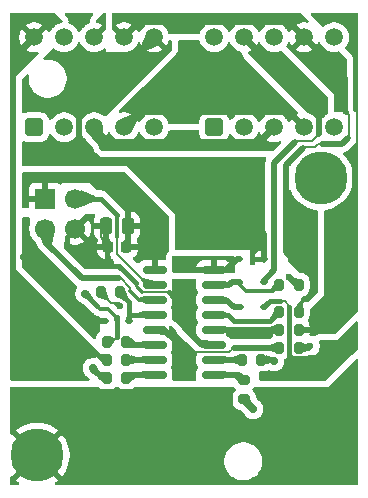
<source format=gbr>
%TF.GenerationSoftware,KiCad,Pcbnew,9.0.1*%
%TF.CreationDate,2025-09-02T02:57:31-07:00*%
%TF.ProjectId,pcb,7063622e-6b69-4636-9164-5f7063625858,B0*%
%TF.SameCoordinates,PX7bfa480PY4c4b400*%
%TF.FileFunction,Copper,L2,Bot*%
%TF.FilePolarity,Positive*%
%FSLAX46Y46*%
G04 Gerber Fmt 4.6, Leading zero omitted, Abs format (unit mm)*
G04 Created by KiCad (PCBNEW 9.0.1) date 2025-09-02 02:57:31*
%MOMM*%
%LPD*%
G01*
G04 APERTURE LIST*
G04 Aperture macros list*
%AMRoundRect*
0 Rectangle with rounded corners*
0 $1 Rounding radius*
0 $2 $3 $4 $5 $6 $7 $8 $9 X,Y pos of 4 corners*
0 Add a 4 corners polygon primitive as box body*
4,1,4,$2,$3,$4,$5,$6,$7,$8,$9,$2,$3,0*
0 Add four circle primitives for the rounded corners*
1,1,$1+$1,$2,$3*
1,1,$1+$1,$4,$5*
1,1,$1+$1,$6,$7*
1,1,$1+$1,$8,$9*
0 Add four rect primitives between the rounded corners*
20,1,$1+$1,$2,$3,$4,$5,0*
20,1,$1+$1,$4,$5,$6,$7,0*
20,1,$1+$1,$6,$7,$8,$9,0*
20,1,$1+$1,$8,$9,$2,$3,0*%
G04 Aperture macros list end*
%TA.AperFunction,ComponentPad*%
%ADD10RoundRect,0.225000X0.525000X-0.525000X0.525000X0.525000X-0.525000X0.525000X-0.525000X-0.525000X0*%
%TD*%
%TA.AperFunction,ComponentPad*%
%ADD11C,1.500000*%
%TD*%
%TA.AperFunction,ComponentPad*%
%ADD12C,3.100000*%
%TD*%
%TA.AperFunction,ConnectorPad*%
%ADD13C,4.500000*%
%TD*%
%TA.AperFunction,SMDPad,CuDef*%
%ADD14RoundRect,0.200000X-0.200000X-0.275000X0.200000X-0.275000X0.200000X0.275000X-0.200000X0.275000X0*%
%TD*%
%TA.AperFunction,SMDPad,CuDef*%
%ADD15RoundRect,0.200000X0.275000X-0.200000X0.275000X0.200000X-0.275000X0.200000X-0.275000X-0.200000X0*%
%TD*%
%TA.AperFunction,SMDPad,CuDef*%
%ADD16RoundRect,0.200000X0.200000X0.275000X-0.200000X0.275000X-0.200000X-0.275000X0.200000X-0.275000X0*%
%TD*%
%TA.AperFunction,SMDPad,CuDef*%
%ADD17RoundRect,0.112500X-0.187500X-0.112500X0.187500X-0.112500X0.187500X0.112500X-0.187500X0.112500X0*%
%TD*%
%TA.AperFunction,SMDPad,CuDef*%
%ADD18RoundRect,0.225000X-0.225000X-0.250000X0.225000X-0.250000X0.225000X0.250000X-0.225000X0.250000X0*%
%TD*%
%TA.AperFunction,SMDPad,CuDef*%
%ADD19RoundRect,0.112500X0.187500X0.112500X-0.187500X0.112500X-0.187500X-0.112500X0.187500X-0.112500X0*%
%TD*%
%TA.AperFunction,SMDPad,CuDef*%
%ADD20RoundRect,0.250000X-0.250000X-0.475000X0.250000X-0.475000X0.250000X0.475000X-0.250000X0.475000X0*%
%TD*%
%TA.AperFunction,SMDPad,CuDef*%
%ADD21RoundRect,0.150000X-0.850000X-0.150000X0.850000X-0.150000X0.850000X0.150000X-0.850000X0.150000X0*%
%TD*%
%TA.AperFunction,ComponentPad*%
%ADD22R,1.700000X1.700000*%
%TD*%
%TA.AperFunction,ComponentPad*%
%ADD23C,1.700000*%
%TD*%
%TA.AperFunction,ViaPad*%
%ADD24C,0.600000*%
%TD*%
%TA.AperFunction,ViaPad*%
%ADD25C,0.700000*%
%TD*%
%TA.AperFunction,Conductor*%
%ADD26C,0.500000*%
%TD*%
%TA.AperFunction,Conductor*%
%ADD27C,0.400000*%
%TD*%
%TA.AperFunction,Conductor*%
%ADD28C,0.200000*%
%TD*%
%TA.AperFunction,Conductor*%
%ADD29C,0.300000*%
%TD*%
%TA.AperFunction,Conductor*%
%ADD30C,0.250000*%
%TD*%
G04 APERTURE END LIST*
D10*
%TO.P,U3,1,e*%
%TO.N,/SEG4*%
X17790000Y-10210000D03*
D11*
%TO.P,U3,2,d*%
%TO.N,/SEG3*%
X20330000Y-10210000D03*
%TO.P,U3,3,c*%
%TO.N,/SEG2*%
X22870000Y-10210000D03*
%TO.P,U3,4,g*%
%TO.N,/SEG6*%
X25410000Y-10210000D03*
%TO.P,U3,5,DP*%
%TO.N,/SEG7*%
X27950000Y-10210000D03*
%TO.P,U3,6,CA_D2*%
%TO.N,Net-(D3-A)*%
X27950000Y-2590000D03*
%TO.P,U3,7,a*%
%TO.N,/SEG0*%
X25410000Y-2590000D03*
%TO.P,U3,8,b*%
%TO.N,/SEG1*%
X22870000Y-2590000D03*
%TO.P,U3,9,CA_D1*%
%TO.N,Net-(D4-A)*%
X20330000Y-2590000D03*
%TO.P,U3,10,f*%
%TO.N,/SEG5*%
X17790000Y-2590000D03*
%TD*%
D12*
%TO.P,H3,1,1*%
%TO.N,GND*%
X26800000Y-14500000D03*
D13*
X26800000Y-14500000D03*
%TD*%
D10*
%TO.P,U2,1,e*%
%TO.N,/SEG4*%
X2550000Y-10210000D03*
D11*
%TO.P,U2,2,d*%
%TO.N,/SEG3*%
X5090000Y-10210000D03*
%TO.P,U2,3,c*%
%TO.N,/SEG2*%
X7630000Y-10210000D03*
%TO.P,U2,4,g*%
%TO.N,/SEG6*%
X10170000Y-10210000D03*
%TO.P,U2,5,DP*%
%TO.N,/SEG7*%
X12710000Y-10210000D03*
%TO.P,U2,6,CA_D2*%
%TO.N,Net-(D2-A)*%
X12710000Y-2590000D03*
%TO.P,U2,7,a*%
%TO.N,/SEG0*%
X10170000Y-2590000D03*
%TO.P,U2,8,b*%
%TO.N,/SEG1*%
X7630000Y-2590000D03*
%TO.P,U2,9,CA_D1*%
%TO.N,Net-(D1-A)*%
X5090000Y-2590000D03*
%TO.P,U2,10,f*%
%TO.N,/SEG5*%
X2550000Y-2590000D03*
%TD*%
D12*
%TO.P,H4,1,1*%
%TO.N,GND*%
X2800000Y-38000000D03*
D13*
X2800000Y-38000000D03*
%TD*%
D14*
%TO.P,R7,1*%
%TO.N,/SEG6*%
X8710000Y-28371000D03*
%TO.P,R7,2*%
%TO.N,Net-(U1-SEG6)*%
X10360000Y-28371000D03*
%TD*%
D15*
%TO.P,R4,1*%
%TO.N,/SEG3*%
X20330000Y-33260000D03*
%TO.P,R4,2*%
%TO.N,Net-(U1-SEG3)*%
X20330000Y-31610000D03*
%TD*%
D16*
%TO.P,R8,1*%
%TO.N,/SEG7*%
X24965000Y-28879000D03*
%TO.P,R8,2*%
%TO.N,Net-(U1-SEG7)*%
X23315000Y-28879000D03*
%TD*%
D17*
%TO.P,D4,1,K*%
%TO.N,/DIG2*%
X19915000Y-23291000D03*
%TO.P,D4,2,A*%
%TO.N,Net-(D4-A)*%
X22015000Y-23291000D03*
%TD*%
D14*
%TO.P,R10,1*%
%TO.N,Net-(R10-Pad1)*%
X8202000Y-24180000D03*
%TO.P,R10,2*%
%TO.N,/DIG0*%
X9852000Y-24180000D03*
%TD*%
D16*
%TO.P,R9,1*%
%TO.N,Net-(R9-Pad1)*%
X24965000Y-23545000D03*
%TO.P,R9,2*%
%TO.N,/DIG2*%
X23315000Y-23545000D03*
%TD*%
D18*
%TO.P,C1,1*%
%TO.N,+5V*%
X8801000Y-20370000D03*
%TO.P,C1,2*%
%TO.N,GND*%
X10351000Y-20370000D03*
%TD*%
D14*
%TO.P,R5,1*%
%TO.N,/SEG4*%
X8710000Y-31419000D03*
%TO.P,R5,2*%
%TO.N,Net-(U1-SEG4)*%
X10360000Y-31419000D03*
%TD*%
D19*
%TO.P,D1,1,K*%
%TO.N,/DIG0*%
X10585000Y-26593000D03*
%TO.P,D1,2,A*%
%TO.N,Net-(D1-A)*%
X8485000Y-26593000D03*
%TD*%
D17*
%TO.P,D2,1,K*%
%TO.N,/DIG1*%
X19915000Y-21386000D03*
%TO.P,D2,2,A*%
%TO.N,Net-(D2-A)*%
X22015000Y-21386000D03*
%TD*%
D20*
%TO.P,C2,1*%
%TO.N,+5V*%
X8626000Y-18592000D03*
%TO.P,C2,2*%
%TO.N,GND*%
X10526000Y-18592000D03*
%TD*%
D21*
%TO.P,U1,1,SEG4*%
%TO.N,Net-(U1-SEG4)*%
X12750000Y-31165000D03*
%TO.P,U1,2,SEG5*%
%TO.N,Net-(U1-SEG5)*%
X12750000Y-29895000D03*
%TO.P,U1,3,SEG6*%
%TO.N,Net-(U1-SEG6)*%
X12750000Y-28625000D03*
%TO.P,U1,4,SEG7*%
%TO.N,Net-(U1-SEG7)*%
X12750000Y-27355000D03*
%TO.P,U1,5,DIG0*%
%TO.N,/DIG0*%
X12750000Y-26085000D03*
%TO.P,U1,6,SCL*%
%TO.N,/SCL*%
X12750000Y-24815000D03*
%TO.P,U1,7,SDA*%
%TO.N,/SDA*%
X12750000Y-23545000D03*
%TO.P,U1,8,GND*%
%TO.N,GND*%
X12750000Y-22275000D03*
%TO.P,U1,9,DIG1*%
%TO.N,/DIG1*%
X17750000Y-22275000D03*
%TO.P,U1,10,DIG2*%
%TO.N,/DIG2*%
X17750000Y-23545000D03*
%TO.P,U1,11,DIG3*%
%TO.N,/DIG3*%
X17750000Y-24815000D03*
%TO.P,U1,12,SEG0*%
%TO.N,Net-(U1-SEG0)*%
X17750000Y-26085000D03*
%TO.P,U1,13,SEG1*%
%TO.N,Net-(U1-SEG1)*%
X17750000Y-27355000D03*
%TO.P,U1,14,VCC*%
%TO.N,+5V*%
X17750000Y-28625000D03*
%TO.P,U1,15,SEG2*%
%TO.N,Net-(U1-SEG2)*%
X17750000Y-29895000D03*
%TO.P,U1,16,SEG3*%
%TO.N,Net-(U1-SEG3)*%
X17750000Y-31165000D03*
%TD*%
D16*
%TO.P,R2,1*%
%TO.N,/SEG1*%
X24965000Y-27355000D03*
%TO.P,R2,2*%
%TO.N,Net-(U1-SEG1)*%
X23315000Y-27355000D03*
%TD*%
D22*
%TO.P,J1,1,Pin_1*%
%TO.N,GND*%
X3480000Y-16260000D03*
D23*
%TO.P,J1,2,Pin_2*%
%TO.N,/SDA*%
X6020000Y-16260000D03*
%TO.P,J1,3,Pin_3*%
%TO.N,/SCL*%
X3480000Y-18800000D03*
%TO.P,J1,4,Pin_4*%
%TO.N,+5V*%
X6020000Y-18800000D03*
%TD*%
D16*
%TO.P,R3,1*%
%TO.N,/SEG2*%
X21790000Y-29895000D03*
%TO.P,R3,2*%
%TO.N,Net-(U1-SEG2)*%
X20140000Y-29895000D03*
%TD*%
D14*
%TO.P,R6,1*%
%TO.N,/SEG5*%
X8710000Y-29895000D03*
%TO.P,R6,2*%
%TO.N,Net-(U1-SEG5)*%
X10360000Y-29895000D03*
%TD*%
D16*
%TO.P,R1,1*%
%TO.N,/SEG0*%
X24965000Y-25831000D03*
%TO.P,R1,2*%
%TO.N,Net-(U1-SEG0)*%
X23315000Y-25831000D03*
%TD*%
D17*
%TO.P,D3,1,K*%
%TO.N,/DIG3*%
X19915000Y-25450000D03*
%TO.P,D3,2,A*%
%TO.N,Net-(D3-A)*%
X22015000Y-25450000D03*
%TD*%
D24*
%TO.N,GND*%
X2042000Y-14655000D03*
X29601000Y-40055000D03*
X29601000Y-30530000D03*
%TO.N,/SEG6*%
X9535000Y-26339000D03*
D25*
%TO.N,/SEG2*%
X22870000Y-30022000D03*
D24*
%TO.N,Net-(D3-A)*%
X29700000Y-28244000D03*
%TO.N,/SEG7*%
X25918000Y-28752000D03*
D25*
%TO.N,/SEG1*%
X29474000Y-1066000D03*
%TO.N,Net-(D1-A)*%
X1724500Y-21195500D03*
%TO.N,GND*%
X1250000Y-33020000D03*
X7620000Y-39624000D03*
X6096000Y-39624000D03*
X1250000Y-34544000D03*
X10668000Y-39624000D03*
X9144000Y-39624000D03*
%TO.N,/SEG3*%
X21092000Y-34086000D03*
%TO.N,/SEG4*%
X7503000Y-30612000D03*
%TO.N,/SEG6*%
X6868000Y-24307000D03*
D24*
%TO.N,Net-(R9-Pad1)*%
X24140000Y-22910000D03*
%TO.N,Net-(R10-Pad1)*%
X9789000Y-25323000D03*
%TD*%
D26*
%TO.N,Net-(R9-Pad1)*%
X24965000Y-23545000D02*
X24775000Y-23545000D01*
X24775000Y-23545000D02*
X24140000Y-22910000D01*
%TO.N,/SEG6*%
X25410000Y-10210000D02*
X24140000Y-8940000D01*
X24140000Y-8940000D02*
X11440000Y-8940000D01*
X11440000Y-8940000D02*
X10170000Y-10210000D01*
D27*
%TO.N,Net-(D3-A)*%
X24402468Y-29768000D02*
X25791000Y-29768000D01*
D28*
X23378000Y-24942000D02*
X23759000Y-24942000D01*
X23759000Y-24942000D02*
X24140000Y-25323000D01*
X24140000Y-25323000D02*
X24140000Y-25450000D01*
D26*
%TO.N,/SEG0*%
X25410000Y-2590000D02*
X28839000Y-6019000D01*
X28839000Y-6019000D02*
X28839000Y-8813000D01*
X28839000Y-8813000D02*
X28966000Y-8940000D01*
D28*
%TO.N,/SEG1*%
X29855000Y-8813000D02*
X29728000Y-8686000D01*
D27*
X29728000Y-8686000D02*
X29728000Y-1320000D01*
X29728000Y-1320000D02*
X29474000Y-1066000D01*
D28*
X29855000Y-11607000D02*
X29855000Y-8940000D01*
X29855000Y-8940000D02*
X29855000Y-8813000D01*
X29728000Y-12369000D02*
X29728000Y-11734000D01*
X29728000Y-11734000D02*
X29855000Y-11607000D01*
%TO.N,/SEG0*%
X26934000Y-11607000D02*
X26553000Y-11607000D01*
X26553000Y-11607000D02*
X26299000Y-11861000D01*
X26299000Y-11861000D02*
X25283000Y-11861000D01*
X25283000Y-11861000D02*
X25283000Y-11988000D01*
%TO.N,Net-(D4-A)*%
X24648000Y-11480000D02*
X24775000Y-11353000D01*
X24775000Y-11353000D02*
X26080000Y-11353000D01*
X26080000Y-11353000D02*
X26680000Y-10753000D01*
D26*
%TO.N,/SEG0*%
X25283000Y-11988000D02*
X23886000Y-13385000D01*
X23886000Y-13385000D02*
X23886000Y-20791000D01*
X23886000Y-20791000D02*
X24818500Y-21723500D01*
X29093000Y-11099000D02*
X28585000Y-11607000D01*
X28585000Y-11607000D02*
X26934000Y-11607000D01*
D28*
X24818500Y-21723500D02*
X26086000Y-22991000D01*
D26*
%TO.N,Net-(D4-A)*%
X22870000Y-13258000D02*
X24648000Y-11480000D01*
D27*
%TO.N,Net-(D3-A)*%
X22523000Y-24942000D02*
X23378000Y-24942000D01*
X22015000Y-25450000D02*
X22523000Y-24942000D01*
D26*
%TO.N,Net-(D2-A)*%
X22015000Y-19515000D02*
X22015000Y-19261000D01*
X22015000Y-19261000D02*
X15758000Y-13004000D01*
X15758000Y-13004000D02*
X8011000Y-13004000D01*
X8011000Y-13004000D02*
X6360000Y-11353000D01*
X6360000Y-11353000D02*
X6360000Y-8940000D01*
X6360000Y-8940000D02*
X12710000Y-2590000D01*
%TO.N,/SEG2*%
X22870000Y-10210000D02*
X21600000Y-11480000D01*
X21600000Y-11480000D02*
X8138000Y-11480000D01*
X8138000Y-11480000D02*
X7630000Y-10972000D01*
X7630000Y-10972000D02*
X7630000Y-10210000D01*
D28*
%TO.N,/SEG6*%
X10170000Y-10210000D02*
X10170000Y-10209998D01*
D26*
%TO.N,Net-(D4-A)*%
X21902500Y-23291000D02*
X22870000Y-22323500D01*
X22870000Y-22323500D02*
X22870000Y-13258000D01*
X26680000Y-10753000D02*
X26680000Y-8940000D01*
X26680000Y-8940000D02*
X20330000Y-2590000D01*
D28*
%TO.N,/SEG0*%
X26086000Y-22991000D02*
X26086000Y-24180000D01*
D26*
%TO.N,/SEG2*%
X21790000Y-29895000D02*
X22743000Y-29895000D01*
D28*
X22743000Y-29895000D02*
X22870000Y-30022000D01*
D26*
%TO.N,Net-(D3-A)*%
X28176000Y-29768000D02*
X29700000Y-28244000D01*
D27*
X24140000Y-25450000D02*
X24140000Y-29505532D01*
X24140000Y-29505532D02*
X24402468Y-29768000D01*
D26*
X25791000Y-29768000D02*
X28176000Y-29768000D01*
%TO.N,/SEG5*%
X772000Y-22275000D02*
X772000Y-4368000D01*
X772000Y-4368000D02*
X2550000Y-2590000D01*
%TO.N,/SEG7*%
X24965000Y-28879000D02*
X25791000Y-28879000D01*
D28*
X25791000Y-28879000D02*
X25918000Y-28752000D01*
D26*
%TO.N,Net-(D1-A)*%
X7122000Y-26593000D02*
X8597500Y-26593000D01*
X1724500Y-21195500D02*
X7122000Y-26593000D01*
D28*
%TO.N,/DIG0*%
X9852000Y-24243000D02*
X9852000Y-24180000D01*
D27*
X10585000Y-24976000D02*
X9852000Y-24243000D01*
X10599500Y-26212000D02*
X10585000Y-26212000D01*
X10726500Y-26085000D02*
X10599500Y-26212000D01*
X12750000Y-26085000D02*
X10726500Y-26085000D01*
X10585000Y-26593000D02*
X10585000Y-24976000D01*
X10585000Y-26226500D02*
X10585000Y-26593000D01*
X10599500Y-26212000D02*
X10585000Y-26226500D01*
D26*
%TO.N,/DIG1*%
X18806000Y-22275000D02*
X19695000Y-21386000D01*
X19695000Y-21386000D02*
X19915000Y-21386000D01*
X17750000Y-22275000D02*
X18806000Y-22275000D01*
%TO.N,Net-(D2-A)*%
X22015000Y-21464500D02*
X22015000Y-19515000D01*
%TO.N,/DIG3*%
X18806000Y-24815000D02*
X19441000Y-25450000D01*
X19441000Y-25450000D02*
X20027500Y-25450000D01*
X17750000Y-24815000D02*
X18806000Y-24815000D01*
D28*
%TO.N,/DIG2*%
X22807000Y-24053000D02*
X23315000Y-23545000D01*
D29*
X19915000Y-23511000D02*
X20457000Y-24053000D01*
X19915000Y-23291000D02*
X19915000Y-23511000D01*
D26*
X19060000Y-23545000D02*
X19314000Y-23291000D01*
X19314000Y-23291000D02*
X19915000Y-23291000D01*
X17750000Y-23545000D02*
X19060000Y-23545000D01*
D29*
X20457000Y-24053000D02*
X22807000Y-24053000D01*
D28*
%TO.N,GND*%
X3480000Y-14782000D02*
X3480000Y-16260000D01*
X12750000Y-16854000D02*
X10678000Y-14782000D01*
X10678000Y-14782000D02*
X3480000Y-14782000D01*
X12750000Y-22275000D02*
X12750000Y-18592000D01*
X12750000Y-18592000D02*
X12750000Y-16854000D01*
D26*
%TO.N,+5V*%
X9197500Y-21977500D02*
X7977500Y-21977500D01*
X7977500Y-21977500D02*
X7100000Y-21100000D01*
D27*
X9703000Y-21975000D02*
X9200000Y-21975000D01*
D28*
X13980000Y-24180000D02*
X11694000Y-24180000D01*
X8204000Y-19547000D02*
X8204000Y-18592000D01*
D26*
X16750001Y-28625000D02*
X15250000Y-27124999D01*
D27*
X6020000Y-18800000D02*
X5300000Y-19520000D01*
X9897000Y-22129000D02*
X9857000Y-22129000D01*
D28*
X17750000Y-28625000D02*
X16750001Y-28625000D01*
D27*
X9200000Y-21975000D02*
X9197500Y-21977500D01*
X9857000Y-22129000D02*
X9703000Y-21975000D01*
D28*
X8379000Y-19722000D02*
X8204000Y-19547000D01*
D27*
X5300000Y-19520000D02*
X5300000Y-20300000D01*
D30*
X11186000Y-23672000D02*
X11186000Y-23418000D01*
D27*
X11186000Y-23418000D02*
X9897000Y-22129000D01*
D26*
X6020000Y-18820000D02*
X6020000Y-18800000D01*
D28*
X8204000Y-18592000D02*
X8204000Y-18304000D01*
X8379000Y-20370000D02*
X8379000Y-19722000D01*
D26*
X15250000Y-25450000D02*
X14234000Y-24434000D01*
D30*
X11694000Y-24180000D02*
X11186000Y-23672000D01*
D28*
X7020000Y-17800000D02*
X6020000Y-18800000D01*
D27*
X14234000Y-24434000D02*
X13980000Y-24180000D01*
D26*
X15250000Y-27124999D02*
X15250000Y-25450000D01*
D28*
%TO.N,/SCL*%
X9870000Y-22991000D02*
X10678000Y-23799000D01*
X9703000Y-22991000D02*
X9870000Y-22991000D01*
X10678000Y-23799000D02*
X10678000Y-24053000D01*
D29*
X11440000Y-24815000D02*
X10678000Y-24053000D01*
D26*
X6568000Y-22991000D02*
X3480000Y-19903000D01*
X3480000Y-19903000D02*
X3480000Y-18800000D01*
D29*
X12750000Y-24815000D02*
X11440000Y-24815000D01*
D26*
X6568000Y-22991000D02*
X9703000Y-22991000D01*
D28*
%TO.N,/SDA*%
X12750000Y-23545000D02*
X12202000Y-23545000D01*
D27*
X8179000Y-16260000D02*
X6020000Y-16260000D01*
D28*
X12202000Y-23545000D02*
X9576000Y-20919000D01*
X9576000Y-20919000D02*
X9576000Y-19586000D01*
D27*
X9576000Y-17657000D02*
X8179000Y-16260000D01*
D29*
X9576000Y-19538000D02*
X9576000Y-17705000D01*
D26*
%TO.N,/SEG0*%
X25410000Y-2590000D02*
X24140000Y-1320000D01*
D29*
X24965000Y-25301000D02*
X26086000Y-24180000D01*
X24965000Y-25831000D02*
X24965000Y-25301000D01*
D26*
X11440000Y-1320000D02*
X10170000Y-2590000D01*
D27*
%TO.N,Net-(U1-SEG0)*%
X17750000Y-26085000D02*
X18933000Y-26085000D01*
X22553000Y-26593000D02*
X23315000Y-25831000D01*
X18933000Y-26085000D02*
X19441000Y-26593000D01*
X19441000Y-26593000D02*
X22553000Y-26593000D01*
D26*
%TO.N,/SEG1*%
X29728000Y-23739000D02*
X29728000Y-12369000D01*
X24965000Y-27355000D02*
X26112000Y-27355000D01*
X26112000Y-27355000D02*
X29728000Y-23739000D01*
%TO.N,Net-(U1-SEG1)*%
X17750000Y-27355000D02*
X23315000Y-27355000D01*
%TO.N,Net-(U1-SEG2)*%
X20140000Y-29895000D02*
X17750000Y-29895000D01*
%TO.N,/SEG3*%
X20330000Y-33324000D02*
X21092000Y-34086000D01*
D28*
X20330000Y-33260000D02*
X20330000Y-33324000D01*
D26*
%TO.N,Net-(U1-SEG3)*%
X19885000Y-31165000D02*
X17750000Y-31165000D01*
X20330000Y-31610000D02*
X19885000Y-31165000D01*
%TO.N,Net-(U1-SEG4)*%
X12750000Y-31165000D02*
X10614000Y-31165000D01*
D28*
X10614000Y-31165000D02*
X10360000Y-31419000D01*
D26*
%TO.N,/SEG4*%
X8310000Y-31419000D02*
X7503000Y-30612000D01*
X8710000Y-31419000D02*
X8310000Y-31419000D01*
D27*
%TO.N,/SEG5*%
X8392000Y-29895000D02*
X884000Y-22387000D01*
D28*
X8710000Y-29895000D02*
X8392000Y-29895000D01*
X884000Y-22387000D02*
X772000Y-22275000D01*
D26*
%TO.N,Net-(U1-SEG5)*%
X12750000Y-29895000D02*
X10360000Y-29895000D01*
D28*
%TO.N,/SEG6*%
X8710000Y-28371000D02*
X9110000Y-28371000D01*
D29*
X8138000Y-25577000D02*
X7884000Y-25323000D01*
D27*
X9535000Y-27946000D02*
X9535000Y-26339000D01*
D29*
X8773000Y-25577000D02*
X8138000Y-25577000D01*
D27*
X7884000Y-25323000D02*
X6868000Y-24307000D01*
D29*
X9535000Y-26339000D02*
X8773000Y-25577000D01*
D28*
X9110000Y-28371000D02*
X9535000Y-27946000D01*
%TO.N,Net-(U1-SEG6)*%
X10614000Y-28625000D02*
X10360000Y-28371000D01*
D26*
X12750000Y-28625000D02*
X10614000Y-28625000D01*
D28*
%TO.N,Net-(U1-SEG7)*%
X19060000Y-29260000D02*
X19441000Y-28879000D01*
X12750000Y-27355000D02*
X13568032Y-27355000D01*
D26*
X19441000Y-28879000D02*
X23315000Y-28879000D01*
D28*
X15473032Y-29260000D02*
X19060000Y-29260000D01*
D26*
X13568032Y-27355000D02*
X15473032Y-29260000D01*
D28*
%TO.N,Net-(R10-Pad1)*%
X8202000Y-24180000D02*
X9091000Y-25069000D01*
X9535000Y-25069000D02*
X9789000Y-25323000D01*
X9091000Y-25069000D02*
X9535000Y-25069000D01*
D26*
%TO.N,/SEG0*%
X24140000Y-1320000D02*
X11440000Y-1320000D01*
D28*
X28966000Y-8940000D02*
X29220000Y-9194000D01*
X29220000Y-9194000D02*
X29220000Y-10972000D01*
X29220000Y-10972000D02*
X29093000Y-11099000D01*
%TD*%
%TA.AperFunction,Conductor*%
%TO.N,GND*%
G36*
X10230293Y-14037185D02*
G01*
X10250935Y-14053819D01*
X13943681Y-17746565D01*
X13977166Y-17807888D01*
X13980000Y-17834246D01*
X13980000Y-20649678D01*
X13960315Y-20716717D01*
X13937203Y-20743391D01*
X13922656Y-20755995D01*
X13828433Y-20864733D01*
X13828430Y-20864737D01*
X13768664Y-20995603D01*
X13748976Y-21062651D01*
X13728500Y-21205070D01*
X13728500Y-21351000D01*
X13708815Y-21418039D01*
X13656011Y-21463794D01*
X13604500Y-21475000D01*
X13000000Y-21475000D01*
X13000000Y-22151000D01*
X12980315Y-22218039D01*
X12927511Y-22263794D01*
X12876000Y-22275000D01*
X12624000Y-22275000D01*
X12556961Y-22255315D01*
X12511206Y-22202511D01*
X12500000Y-22151000D01*
X12500000Y-21475000D01*
X11834350Y-21475000D01*
X11797510Y-21477899D01*
X11797504Y-21477900D01*
X11639806Y-21523716D01*
X11639803Y-21523717D01*
X11498447Y-21607314D01*
X11498442Y-21607318D01*
X11393678Y-21712082D01*
X11332355Y-21745566D01*
X11262663Y-21740582D01*
X11218316Y-21712081D01*
X10935564Y-21429329D01*
X10902079Y-21368006D01*
X10907063Y-21298314D01*
X10948935Y-21242381D01*
X10958148Y-21236109D01*
X11028733Y-21192571D01*
X11148572Y-21072732D01*
X11148575Y-21072728D01*
X11237542Y-20928492D01*
X11237547Y-20928481D01*
X11290855Y-20767606D01*
X11300999Y-20668322D01*
X11301000Y-20668309D01*
X11301000Y-20620000D01*
X10475000Y-20620000D01*
X10407961Y-20600315D01*
X10362206Y-20547511D01*
X10351000Y-20496000D01*
X10351000Y-20370000D01*
X10300500Y-20370000D01*
X10233461Y-20350315D01*
X10187706Y-20297511D01*
X10176500Y-20246000D01*
X10176500Y-19947000D01*
X10601000Y-19947000D01*
X10601000Y-20120000D01*
X11300999Y-20120000D01*
X11300999Y-20071692D01*
X11300998Y-20071677D01*
X11290855Y-19972392D01*
X11237545Y-19811512D01*
X11233547Y-19805030D01*
X11215108Y-19737638D01*
X11236032Y-19670974D01*
X11251406Y-19652253D01*
X11368317Y-19535342D01*
X11460356Y-19386124D01*
X11460358Y-19386119D01*
X11515505Y-19219697D01*
X11515506Y-19219690D01*
X11525999Y-19116986D01*
X11526000Y-19116973D01*
X11526000Y-18842000D01*
X10776000Y-18842000D01*
X10776000Y-19823000D01*
X10756315Y-19890039D01*
X10703511Y-19935794D01*
X10652000Y-19947000D01*
X10601000Y-19947000D01*
X10176500Y-19947000D01*
X10176500Y-19812766D01*
X10185939Y-19765313D01*
X10201501Y-19727744D01*
X10226500Y-19602069D01*
X10226500Y-19365862D01*
X10246185Y-19298823D01*
X10262819Y-19278181D01*
X10276000Y-19265000D01*
X10276000Y-18342000D01*
X10776000Y-18342000D01*
X11525999Y-18342000D01*
X11525999Y-18067028D01*
X11525998Y-18067013D01*
X11515505Y-17964302D01*
X11460358Y-17797880D01*
X11460356Y-17797875D01*
X11368315Y-17648654D01*
X11244345Y-17524684D01*
X11095124Y-17432643D01*
X11095119Y-17432641D01*
X10928697Y-17377494D01*
X10928690Y-17377493D01*
X10825986Y-17367000D01*
X10776000Y-17367000D01*
X10776000Y-18342000D01*
X10276000Y-18342000D01*
X10276000Y-17728502D01*
X10276499Y-17725994D01*
X10276499Y-17588006D01*
X10276000Y-17585497D01*
X10276000Y-17382017D01*
X10222230Y-17346188D01*
X10219557Y-17342997D01*
X10187889Y-17311891D01*
X10120113Y-17210457D01*
X10120111Y-17210454D01*
X10120110Y-17210453D01*
X8625546Y-15715888D01*
X8625545Y-15715887D01*
X8510807Y-15639222D01*
X8383332Y-15586421D01*
X8383322Y-15586418D01*
X8247996Y-15559500D01*
X8247994Y-15559500D01*
X8247993Y-15559500D01*
X7950862Y-15559500D01*
X7883823Y-15539815D01*
X7863181Y-15523181D01*
X7249000Y-14909000D01*
X4963000Y-14909000D01*
X4838654Y-15033346D01*
X4777331Y-15066830D01*
X4707639Y-15061846D01*
X4676662Y-15044930D01*
X4572093Y-14966649D01*
X4572086Y-14966645D01*
X4437379Y-14916403D01*
X4437372Y-14916401D01*
X4377844Y-14910000D01*
X3730000Y-14910000D01*
X3730000Y-15826988D01*
X3672993Y-15794075D01*
X3545826Y-15760000D01*
X3414174Y-15760000D01*
X3287007Y-15794075D01*
X3230000Y-15826988D01*
X3230000Y-14910000D01*
X2582155Y-14910000D01*
X2522627Y-14916401D01*
X2522620Y-14916403D01*
X2387913Y-14966645D01*
X2387906Y-14966649D01*
X2272812Y-15052809D01*
X2272809Y-15052812D01*
X2186649Y-15167906D01*
X2186645Y-15167913D01*
X2136403Y-15302620D01*
X2136401Y-15302627D01*
X2130000Y-15362155D01*
X2130000Y-16010000D01*
X3046988Y-16010000D01*
X3014075Y-16067007D01*
X2980000Y-16194174D01*
X2980000Y-16325826D01*
X3014075Y-16452993D01*
X3046988Y-16510000D01*
X2130000Y-16510000D01*
X2130000Y-16944000D01*
X2110315Y-17011039D01*
X2057511Y-17056794D01*
X2006000Y-17068000D01*
X1646500Y-17068000D01*
X1579461Y-17048315D01*
X1533706Y-16995511D01*
X1522500Y-16944000D01*
X1522500Y-14141500D01*
X1542185Y-14074461D01*
X1594989Y-14028706D01*
X1646500Y-14017500D01*
X10163254Y-14017500D01*
X10230293Y-14037185D01*
G37*
%TD.AperFunction*%
%TD*%
%TA.AperFunction,Conductor*%
%TO.N,/SEG5*%
G36*
X705703Y-22336149D02*
G01*
X712181Y-22342181D01*
X7779215Y-29409215D01*
X7794918Y-29437972D01*
X7811662Y-29466150D01*
X7811997Y-29469251D01*
X7812700Y-29470538D01*
X7813452Y-29482701D01*
X7815458Y-29501239D01*
X7809924Y-29659152D01*
X7799565Y-29690344D01*
X7790315Y-29721848D01*
X7788614Y-29723321D01*
X7787904Y-29725461D01*
X7762324Y-29746102D01*
X7737511Y-29767603D01*
X7735281Y-29767923D01*
X7733529Y-29769338D01*
X7700864Y-29772872D01*
X7668353Y-29777547D01*
X7666304Y-29776611D01*
X7664065Y-29776854D01*
X7661809Y-29776426D01*
X7586771Y-29761500D01*
X7586767Y-29761500D01*
X7419233Y-29761500D01*
X7419228Y-29761500D01*
X7254925Y-29794182D01*
X7254917Y-29794184D01*
X7100139Y-29858295D01*
X6960837Y-29951373D01*
X6842373Y-30069837D01*
X6749295Y-30209139D01*
X6685184Y-30363917D01*
X6685182Y-30363925D01*
X6652500Y-30528228D01*
X6652500Y-30695771D01*
X6685182Y-30860074D01*
X6685184Y-30860082D01*
X6749295Y-31014860D01*
X6842373Y-31154162D01*
X6960832Y-31272621D01*
X6960836Y-31272624D01*
X6960838Y-31272626D01*
X6977996Y-31284091D01*
X6988316Y-31290987D01*
X7006630Y-31305935D01*
X7016718Y-31315915D01*
X7016729Y-31315924D01*
X7196949Y-31449337D01*
X7239119Y-31505046D01*
X7244476Y-31574710D01*
X7211320Y-31636211D01*
X7150177Y-31670023D01*
X7123171Y-31673000D01*
X624500Y-31673000D01*
X557461Y-31653315D01*
X511706Y-31600511D01*
X500500Y-31549000D01*
X500500Y-22429862D01*
X520185Y-22362823D01*
X572989Y-22317068D01*
X642147Y-22307124D01*
X705703Y-22336149D01*
G37*
%TD.AperFunction*%
%TD*%
%TA.AperFunction,Conductor*%
%TO.N,/SEG1*%
G36*
X29938771Y-11388412D02*
G01*
X29986383Y-11439548D01*
X29999500Y-11495055D01*
X29999500Y-25762137D01*
X29979815Y-25829176D01*
X29963181Y-25849818D01*
X29662777Y-26150221D01*
X29618437Y-26178719D01*
X29606887Y-26183027D01*
X29606873Y-26183034D01*
X29545562Y-26216511D01*
X29545562Y-26216512D01*
X29430378Y-26302738D01*
X29430366Y-26302748D01*
X28030935Y-27702181D01*
X27969612Y-27735666D01*
X27943254Y-27738500D01*
X26759597Y-27738500D01*
X26696602Y-27742442D01*
X26665958Y-27746292D01*
X26665952Y-27746293D01*
X26665945Y-27746294D01*
X26643335Y-27750581D01*
X26603939Y-27758052D01*
X26603931Y-27758055D01*
X26471010Y-27813113D01*
X26471000Y-27813118D01*
X26433273Y-27835502D01*
X26416185Y-27845641D01*
X26352913Y-27863000D01*
X25984747Y-27863000D01*
X25917708Y-27843315D01*
X25871953Y-27790511D01*
X25861256Y-27727780D01*
X25865000Y-27686573D01*
X25865000Y-27605000D01*
X25089000Y-27605000D01*
X25021961Y-27585315D01*
X24976206Y-27532511D01*
X24965000Y-27481000D01*
X24965000Y-27229000D01*
X24984685Y-27161961D01*
X25037489Y-27116206D01*
X25089000Y-27105000D01*
X25864999Y-27105000D01*
X25864999Y-27023417D01*
X25858591Y-26952897D01*
X25858590Y-26952892D01*
X25808018Y-26790603D01*
X25727635Y-26657633D01*
X25709799Y-26590079D01*
X25727634Y-26529336D01*
X25808478Y-26395606D01*
X25859086Y-26233196D01*
X25865500Y-26162616D01*
X25865500Y-25680861D01*
X25885185Y-25613822D01*
X25901814Y-25593185D01*
X27061000Y-24434000D01*
X27061000Y-17349309D01*
X27080685Y-17282270D01*
X27133489Y-17236515D01*
X27171117Y-17226089D01*
X27211534Y-17221535D01*
X27261436Y-17215913D01*
X27261440Y-17215912D01*
X27261452Y-17215911D01*
X27562636Y-17147168D01*
X27854229Y-17045135D01*
X28132565Y-16911095D01*
X28394143Y-16746735D01*
X28635674Y-16554120D01*
X28854120Y-16335674D01*
X29046735Y-16094143D01*
X29211095Y-15832565D01*
X29345135Y-15554229D01*
X29447168Y-15262636D01*
X29515911Y-14961452D01*
X29550500Y-14654465D01*
X29550500Y-14345535D01*
X29526835Y-14135500D01*
X29515913Y-14038562D01*
X29515910Y-14038544D01*
X29447168Y-13737364D01*
X29447164Y-13737352D01*
X29345137Y-13445777D01*
X29345135Y-13445771D01*
X29211095Y-13167435D01*
X29046735Y-12905857D01*
X28854120Y-12664326D01*
X28729853Y-12540059D01*
X28696368Y-12478736D01*
X28701352Y-12409044D01*
X28743224Y-12353111D01*
X28793343Y-12330761D01*
X28797879Y-12329858D01*
X28803913Y-12328658D01*
X28940495Y-12272084D01*
X28989729Y-12239186D01*
X29063416Y-12189952D01*
X29675951Y-11577416D01*
X29758084Y-11454495D01*
X29760938Y-11447605D01*
X29804777Y-11393201D01*
X29871071Y-11371134D01*
X29938771Y-11388412D01*
G37*
%TD.AperFunction*%
%TA.AperFunction,Conductor*%
G36*
X29942539Y-520185D02*
G01*
X29988294Y-572989D01*
X29999500Y-624500D01*
X29999500Y-8880358D01*
X29979815Y-8947397D01*
X29927011Y-8993152D01*
X29857853Y-9003096D01*
X29794297Y-8974071D01*
X29768113Y-8942359D01*
X29736104Y-8886918D01*
X29722751Y-8863789D01*
X29708524Y-8825984D01*
X29687659Y-8721094D01*
X29687658Y-8721087D01*
X29631084Y-8584506D01*
X29631084Y-8584505D01*
X29621896Y-8570754D01*
X29601020Y-8504076D01*
X29601000Y-8501866D01*
X29601000Y-4368000D01*
X29501140Y-4268140D01*
X29472640Y-4223794D01*
X29468332Y-4212243D01*
X29468330Y-4212240D01*
X29468329Y-4212236D01*
X29434850Y-4150925D01*
X29434849Y-4150924D01*
X29434847Y-4150920D01*
X29348623Y-4035739D01*
X29348618Y-4035734D01*
X29348613Y-4035728D01*
X28898360Y-3585475D01*
X28864875Y-3524152D01*
X28869859Y-3454460D01*
X28898363Y-3410110D01*
X28903828Y-3404646D01*
X29019524Y-3245405D01*
X29108884Y-3070025D01*
X29169709Y-2882826D01*
X29177832Y-2831539D01*
X29200500Y-2688422D01*
X29200500Y-2491577D01*
X29169709Y-2297173D01*
X29108882Y-2109970D01*
X29019523Y-1934594D01*
X28903828Y-1775354D01*
X28764646Y-1636172D01*
X28605405Y-1520476D01*
X28430029Y-1431117D01*
X28242826Y-1370290D01*
X28048422Y-1339500D01*
X28048417Y-1339500D01*
X27851583Y-1339500D01*
X27851578Y-1339500D01*
X27657173Y-1370290D01*
X27469970Y-1431117D01*
X27294594Y-1520476D01*
X27205864Y-1584943D01*
X27135354Y-1636172D01*
X27135352Y-1636174D01*
X27135351Y-1636174D01*
X27089944Y-1681582D01*
X27028621Y-1715067D01*
X26958929Y-1710083D01*
X26914582Y-1681582D01*
X26258955Y-1025955D01*
X26230455Y-981609D01*
X26226147Y-970058D01*
X26226145Y-970055D01*
X26226144Y-970051D01*
X26192665Y-908740D01*
X26192664Y-908739D01*
X26192662Y-908735D01*
X26106438Y-793554D01*
X26106433Y-793549D01*
X26106428Y-793543D01*
X26025066Y-712181D01*
X25991581Y-650858D01*
X25996565Y-581166D01*
X26038437Y-525233D01*
X26103901Y-500816D01*
X26112747Y-500500D01*
X29875500Y-500500D01*
X29942539Y-520185D01*
G37*
%TD.AperFunction*%
%TD*%
%TA.AperFunction,Conductor*%
%TO.N,Net-(U1-SEG1)*%
G36*
X19085071Y-27197685D02*
G01*
X19086923Y-27198898D01*
X19109182Y-27213771D01*
X19109186Y-27213773D01*
X19109189Y-27213775D01*
X19183866Y-27244707D01*
X19236671Y-27266580D01*
X19263591Y-27271934D01*
X19360630Y-27291237D01*
X19372006Y-27293500D01*
X22609000Y-27293500D01*
X22676039Y-27313185D01*
X22721794Y-27365989D01*
X22733000Y-27417500D01*
X22733000Y-27933591D01*
X22726191Y-27956777D01*
X22723658Y-27980808D01*
X22716525Y-27989696D01*
X22713315Y-28000630D01*
X22695055Y-28016452D01*
X22679930Y-28035301D01*
X22664125Y-28043253D01*
X22660511Y-28046385D01*
X22648401Y-28051165D01*
X22436808Y-28122074D01*
X22397407Y-28128500D01*
X19367077Y-28128500D01*
X19259775Y-28149844D01*
X19190184Y-28143617D01*
X19135006Y-28100754D01*
X19128851Y-28091347D01*
X19118081Y-28073135D01*
X19118078Y-28073132D01*
X19118076Y-28073129D01*
X19001870Y-27956923D01*
X19001862Y-27956917D01*
X18856879Y-27871175D01*
X18809196Y-27820106D01*
X18796000Y-27764443D01*
X18796000Y-27302000D01*
X18798550Y-27293314D01*
X18797262Y-27284353D01*
X18808240Y-27260312D01*
X18815685Y-27234961D01*
X18822525Y-27229033D01*
X18826287Y-27220797D01*
X18848521Y-27206507D01*
X18868489Y-27189206D01*
X18879003Y-27186918D01*
X18885065Y-27183023D01*
X18920000Y-27178000D01*
X19018032Y-27178000D01*
X19085071Y-27197685D01*
G37*
%TD.AperFunction*%
%TD*%
%TA.AperFunction,Conductor*%
%TO.N,+5V*%
G36*
X7673362Y-17595685D02*
G01*
X7719117Y-17648489D01*
X7729061Y-17717647D01*
X7711862Y-17765097D01*
X7691643Y-17797875D01*
X7691641Y-17797880D01*
X7636494Y-17964302D01*
X7636493Y-17964309D01*
X7626000Y-18067013D01*
X7626000Y-18342000D01*
X8502000Y-18342000D01*
X8569039Y-18361685D01*
X8614794Y-18414489D01*
X8626000Y-18466000D01*
X8626000Y-18592000D01*
X8752000Y-18592000D01*
X8819039Y-18611685D01*
X8864794Y-18664489D01*
X8876000Y-18716000D01*
X8876000Y-19265000D01*
X8889181Y-19278181D01*
X8922666Y-19339504D01*
X8925500Y-19365862D01*
X8925500Y-19602069D01*
X8925500Y-19602071D01*
X8925499Y-19602071D01*
X8950497Y-19727738D01*
X8950499Y-19727744D01*
X8966061Y-19765313D01*
X8975500Y-19812766D01*
X8975500Y-20832330D01*
X8975499Y-20832348D01*
X8975499Y-20998054D01*
X8975498Y-20998054D01*
X8975499Y-20998057D01*
X9016423Y-21150785D01*
X9034386Y-21181897D01*
X9051000Y-21243898D01*
X9051000Y-21344999D01*
X9074310Y-21344999D01*
X9074319Y-21344998D01*
X9086872Y-21343716D01*
X9088795Y-21344073D01*
X9090628Y-21343390D01*
X9122999Y-21350431D01*
X9155565Y-21356485D01*
X9157595Y-21357956D01*
X9158901Y-21358241D01*
X9187102Y-21379352D01*
X9187152Y-21379388D01*
X9207284Y-21399520D01*
X9207286Y-21399521D01*
X9214355Y-21406590D01*
X9244681Y-21436916D01*
X9278166Y-21498239D01*
X9281000Y-21524597D01*
X9281000Y-22116500D01*
X9261315Y-22183539D01*
X9208511Y-22229294D01*
X9157000Y-22240500D01*
X6930229Y-22240500D01*
X6863190Y-22220815D01*
X6842548Y-22204181D01*
X5306690Y-20668322D01*
X7851001Y-20668322D01*
X7861144Y-20767607D01*
X7914452Y-20928481D01*
X7914457Y-20928492D01*
X8003424Y-21072728D01*
X8003427Y-21072732D01*
X8123267Y-21192572D01*
X8123271Y-21192575D01*
X8267507Y-21281542D01*
X8267518Y-21281547D01*
X8428393Y-21334855D01*
X8527683Y-21344999D01*
X8551000Y-21344998D01*
X8551000Y-20620000D01*
X7851001Y-20620000D01*
X7851001Y-20668322D01*
X5306690Y-20668322D01*
X5294687Y-20656319D01*
X5126319Y-20487951D01*
X5092834Y-20426628D01*
X5090000Y-20400270D01*
X5090000Y-20036370D01*
X5109685Y-19969331D01*
X5162489Y-19923576D01*
X5231647Y-19913632D01*
X5286887Y-19936053D01*
X5312444Y-19954622D01*
X5501782Y-20051095D01*
X5703870Y-20116757D01*
X5913754Y-20150000D01*
X6126246Y-20150000D01*
X6336127Y-20116757D01*
X6336130Y-20116757D01*
X6538217Y-20051095D01*
X6727554Y-19954622D01*
X6781716Y-19915270D01*
X6781717Y-19915270D01*
X6149409Y-19282962D01*
X6212993Y-19265925D01*
X6327007Y-19200099D01*
X6420099Y-19107007D01*
X6485925Y-18992993D01*
X6502962Y-18929409D01*
X7135270Y-19561717D01*
X7135270Y-19561716D01*
X7174622Y-19507554D01*
X7271095Y-19318217D01*
X7336479Y-19116986D01*
X7626001Y-19116986D01*
X7636494Y-19219697D01*
X7691641Y-19386119D01*
X7691643Y-19386124D01*
X7783684Y-19535345D01*
X7900594Y-19652255D01*
X7934079Y-19713578D01*
X7929095Y-19783270D01*
X7918453Y-19805031D01*
X7914455Y-19811511D01*
X7914452Y-19811518D01*
X7861144Y-19972393D01*
X7851000Y-20071677D01*
X7851000Y-20120000D01*
X8551000Y-20120000D01*
X8551000Y-19947000D01*
X8500000Y-19947000D01*
X8432961Y-19927315D01*
X8387206Y-19874511D01*
X8376000Y-19823000D01*
X8376000Y-18842000D01*
X7626001Y-18842000D01*
X7626001Y-19116986D01*
X7336479Y-19116986D01*
X7336757Y-19116130D01*
X7336757Y-19116127D01*
X7370000Y-18906246D01*
X7370000Y-18693753D01*
X7336757Y-18483872D01*
X7336757Y-18483869D01*
X7271095Y-18281782D01*
X7174624Y-18092449D01*
X7135270Y-18038282D01*
X7135269Y-18038282D01*
X6502962Y-18670590D01*
X6485925Y-18607007D01*
X6420099Y-18492993D01*
X6327007Y-18399901D01*
X6212993Y-18334075D01*
X6149407Y-18317036D01*
X6790855Y-17675589D01*
X6798047Y-17641354D01*
X6847098Y-17591596D01*
X6907302Y-17576000D01*
X7606323Y-17576000D01*
X7673362Y-17595685D01*
G37*
%TD.AperFunction*%
%TD*%
%TA.AperFunction,Conductor*%
%TO.N,/SEG0*%
G36*
X24218203Y-15499116D02*
G01*
X24253479Y-15551048D01*
X24253538Y-15551024D01*
X24253655Y-15551307D01*
X24254041Y-15551876D01*
X24254865Y-15554229D01*
X24254867Y-15554233D01*
X24254868Y-15554236D01*
X24388903Y-15832562D01*
X24388905Y-15832565D01*
X24553265Y-16094143D01*
X24745880Y-16335674D01*
X24964326Y-16554120D01*
X25205857Y-16746735D01*
X25467435Y-16911095D01*
X25745771Y-17045135D01*
X25745777Y-17045137D01*
X26037352Y-17147164D01*
X26037364Y-17147168D01*
X26338548Y-17215911D01*
X26338556Y-17215911D01*
X26338563Y-17215913D01*
X26422736Y-17225396D01*
X26445382Y-17227948D01*
X26509797Y-17255014D01*
X26549352Y-17312608D01*
X26555500Y-17351168D01*
X26555500Y-24173251D01*
X26535815Y-24240290D01*
X26519181Y-24260932D01*
X25777212Y-25002900D01*
X25715889Y-25036385D01*
X25646197Y-25031401D01*
X25605848Y-25005469D01*
X25605783Y-25005554D01*
X25604885Y-25004850D01*
X25601850Y-25002900D01*
X25599877Y-25000927D01*
X25454395Y-24912980D01*
X25454396Y-24912980D01*
X25292105Y-24862409D01*
X25292108Y-24862409D01*
X25271122Y-24860502D01*
X25255629Y-24854381D01*
X25239014Y-24853193D01*
X25223806Y-24841808D01*
X25206140Y-24834829D01*
X25196415Y-24821303D01*
X25183081Y-24811321D01*
X25176443Y-24793525D01*
X25165353Y-24778100D01*
X25164484Y-24761463D01*
X25158664Y-24745857D01*
X25162701Y-24727295D01*
X25161712Y-24708325D01*
X25170092Y-24693323D01*
X25173516Y-24677584D01*
X25194658Y-24649341D01*
X25325380Y-24518619D01*
X25376161Y-24487921D01*
X25454606Y-24463478D01*
X25600185Y-24375472D01*
X25720472Y-24255185D01*
X25808478Y-24109606D01*
X25859086Y-23947196D01*
X25865500Y-23876616D01*
X25865500Y-23213384D01*
X25859086Y-23142804D01*
X25808478Y-22980394D01*
X25720472Y-22834815D01*
X25720470Y-22834813D01*
X25720469Y-22834811D01*
X25600188Y-22714530D01*
X25454606Y-22626522D01*
X25292196Y-22575914D01*
X25292194Y-22575913D01*
X25292192Y-22575913D01*
X25242778Y-22571423D01*
X25221616Y-22569500D01*
X25221613Y-22569500D01*
X25120862Y-22569500D01*
X25053823Y-22549815D01*
X25033181Y-22533181D01*
X24049319Y-21549319D01*
X24015834Y-21487996D01*
X24013000Y-21461638D01*
X24013000Y-15592829D01*
X24032685Y-15525790D01*
X24085489Y-15480035D01*
X24154647Y-15470091D01*
X24218203Y-15499116D01*
G37*
%TD.AperFunction*%
%TA.AperFunction,Conductor*%
G36*
X24362145Y-12929735D02*
G01*
X24418079Y-12971606D01*
X24442496Y-13037071D01*
X24427644Y-13105344D01*
X24423807Y-13111888D01*
X24388902Y-13167439D01*
X24254868Y-13445763D01*
X24254862Y-13445777D01*
X24254040Y-13448128D01*
X24253683Y-13448625D01*
X24253538Y-13448976D01*
X24253456Y-13448942D01*
X24213317Y-13504903D01*
X24148364Y-13530648D01*
X24079802Y-13517190D01*
X24029401Y-13468801D01*
X24013000Y-13407170D01*
X24013000Y-13227730D01*
X24032685Y-13160691D01*
X24049319Y-13140049D01*
X24084024Y-13105344D01*
X24231133Y-12958234D01*
X24292454Y-12924751D01*
X24362145Y-12929735D01*
G37*
%TD.AperFunction*%
%TD*%
%TA.AperFunction,Conductor*%
%TO.N,Net-(D1-A)*%
G36*
X2112039Y-17849685D02*
G01*
X2157794Y-17902489D01*
X2169000Y-17954000D01*
X2169000Y-18444893D01*
X2163607Y-18478945D01*
X2163892Y-18479014D01*
X2163022Y-18482634D01*
X2162932Y-18483209D01*
X2162753Y-18483757D01*
X2129500Y-18693713D01*
X2129500Y-18906286D01*
X2162753Y-19116239D01*
X2228444Y-19318414D01*
X2324948Y-19507814D01*
X2324950Y-19507818D01*
X2360296Y-19556467D01*
X2367908Y-19568303D01*
X2380789Y-19591077D01*
X2439378Y-19666956D01*
X2729334Y-20042482D01*
X2752802Y-20094068D01*
X2758341Y-20121910D01*
X2758343Y-20121917D01*
X2814914Y-20258492D01*
X2847812Y-20307727D01*
X2847813Y-20307730D01*
X2897046Y-20381414D01*
X2897052Y-20381421D01*
X3306869Y-20791236D01*
X3311071Y-20795438D01*
X3326309Y-20813911D01*
X3327297Y-20815033D01*
X3389481Y-20874560D01*
X3391229Y-20875597D01*
X5985048Y-23469415D01*
X5985049Y-23469416D01*
X6089584Y-23573951D01*
X6089587Y-23573953D01*
X6089588Y-23573954D01*
X6156092Y-23618391D01*
X6200898Y-23672003D01*
X6209605Y-23741328D01*
X6190304Y-23790383D01*
X6114298Y-23904134D01*
X6114296Y-23904138D01*
X6050184Y-24058917D01*
X6050182Y-24058925D01*
X6017500Y-24223228D01*
X6017500Y-24390771D01*
X6050182Y-24555074D01*
X6050184Y-24555082D01*
X6114295Y-24709860D01*
X6207373Y-24849162D01*
X6325835Y-24967624D01*
X6325838Y-24967626D01*
X6379497Y-25003480D01*
X6390742Y-25011956D01*
X6415190Y-25032668D01*
X6842797Y-25300785D01*
X6906867Y-25340958D01*
X6928676Y-25358333D01*
X7437453Y-25867111D01*
X7437454Y-25867112D01*
X7437457Y-25867114D01*
X7552189Y-25943775D01*
X7585121Y-25957415D01*
X7625346Y-25984292D01*
X7723330Y-26082276D01*
X7823575Y-26149257D01*
X7829873Y-26153465D01*
X7948256Y-26202501D01*
X7948260Y-26202501D01*
X7948261Y-26202502D01*
X8038192Y-26220391D01*
X8100103Y-26252776D01*
X8134677Y-26313492D01*
X8138000Y-26342008D01*
X8138000Y-27432395D01*
X8118315Y-27499434D01*
X8078154Y-27538509D01*
X8074816Y-27540526D01*
X8074810Y-27540531D01*
X7954530Y-27660811D01*
X7866522Y-27806393D01*
X7815913Y-27968807D01*
X7809931Y-28034643D01*
X7784260Y-28099626D01*
X7727532Y-28140414D01*
X7657757Y-28144058D01*
X7598759Y-28111102D01*
X1558819Y-22071162D01*
X1525334Y-22009839D01*
X1522500Y-21983481D01*
X1522500Y-17954000D01*
X1542185Y-17886961D01*
X1594989Y-17841206D01*
X1646500Y-17830000D01*
X2045000Y-17830000D01*
X2112039Y-17849685D01*
G37*
%TD.AperFunction*%
%TD*%
%TA.AperFunction,Conductor*%
%TO.N,/DIG1*%
G36*
X14398287Y-21088109D02*
G01*
X14398293Y-21088090D01*
X14398846Y-21088252D01*
X14401340Y-21088889D01*
X14402523Y-21089329D01*
X14402541Y-21089338D01*
X14469580Y-21109023D01*
X14469584Y-21109024D01*
X14612000Y-21129500D01*
X19444000Y-21129500D01*
X19511039Y-21149185D01*
X19556794Y-21201989D01*
X19568000Y-21253500D01*
X19568000Y-22405000D01*
X19548315Y-22472039D01*
X19495511Y-22517794D01*
X19444000Y-22529000D01*
X19305232Y-22529000D01*
X19291610Y-22525000D01*
X16225923Y-22525000D01*
X16225856Y-22525040D01*
X16194768Y-22529000D01*
X14374500Y-22529000D01*
X14307461Y-22509315D01*
X14261706Y-22456511D01*
X14250500Y-22405000D01*
X14250500Y-22078480D01*
X14250500Y-22059306D01*
X14247800Y-22024998D01*
X16252704Y-22024998D01*
X16252705Y-22025000D01*
X17500000Y-22025000D01*
X18000000Y-22025000D01*
X19247295Y-22025000D01*
X19247295Y-22024998D01*
X19247100Y-22022513D01*
X19201281Y-21864801D01*
X19117685Y-21723447D01*
X19117678Y-21723438D01*
X19001561Y-21607321D01*
X19001552Y-21607314D01*
X18860196Y-21523717D01*
X18860193Y-21523716D01*
X18702495Y-21477900D01*
X18702489Y-21477899D01*
X18665649Y-21475000D01*
X18000000Y-21475000D01*
X18000000Y-22025000D01*
X17500000Y-22025000D01*
X17500000Y-21475000D01*
X16834350Y-21475000D01*
X16797510Y-21477899D01*
X16797504Y-21477900D01*
X16639806Y-21523716D01*
X16639803Y-21523717D01*
X16498447Y-21607314D01*
X16498438Y-21607321D01*
X16382321Y-21723438D01*
X16382314Y-21723447D01*
X16298718Y-21864801D01*
X16252899Y-22022513D01*
X16252704Y-22024998D01*
X14247800Y-22024998D01*
X14247598Y-22022431D01*
X14236573Y-21984484D01*
X14235339Y-21976153D01*
X14235956Y-21971725D01*
X14234000Y-21957979D01*
X14234000Y-21205069D01*
X14253685Y-21138030D01*
X14306489Y-21092275D01*
X14375647Y-21082331D01*
X14398287Y-21088109D01*
G37*
%TD.AperFunction*%
%TD*%
%TA.AperFunction,Conductor*%
%TO.N,Net-(U1-SEG7)*%
G36*
X14185203Y-27052649D02*
G01*
X14191681Y-27058681D01*
X14547266Y-27414266D01*
X14549615Y-27417781D01*
X14567302Y-27440522D01*
X14571165Y-27447297D01*
X14584916Y-27480494D01*
X14617813Y-27529728D01*
X14620250Y-27533375D01*
X14620259Y-27533391D01*
X14667046Y-27603413D01*
X14667052Y-27603420D01*
X15436059Y-28372426D01*
X16001665Y-28938032D01*
X16040524Y-28980498D01*
X16049656Y-28986023D01*
X16060286Y-28996653D01*
X16271579Y-29207947D01*
X16271584Y-29207951D01*
X16271585Y-29207952D01*
X16310386Y-29233877D01*
X16355192Y-29287488D01*
X16363901Y-29356813D01*
X16348230Y-29400100D01*
X16298254Y-29484605D01*
X16298254Y-29484606D01*
X16252402Y-29642426D01*
X16252401Y-29642432D01*
X16249500Y-29679298D01*
X16249500Y-30110701D01*
X16252401Y-30147567D01*
X16252402Y-30147573D01*
X16298254Y-30305393D01*
X16298255Y-30305396D01*
X16381917Y-30446862D01*
X16386702Y-30453031D01*
X16384256Y-30454927D01*
X16410857Y-30503642D01*
X16405873Y-30573334D01*
X16385069Y-30605703D01*
X16386702Y-30606969D01*
X16381917Y-30613137D01*
X16298255Y-30754603D01*
X16298254Y-30754606D01*
X16252402Y-30912426D01*
X16252401Y-30912432D01*
X16249500Y-30949298D01*
X16249500Y-31380701D01*
X16252401Y-31417567D01*
X16252402Y-31417573D01*
X16280535Y-31514405D01*
X16280336Y-31584275D01*
X16242394Y-31642944D01*
X16178755Y-31671788D01*
X16161459Y-31673000D01*
X14338541Y-31673000D01*
X14271502Y-31653315D01*
X14225747Y-31600511D01*
X14215803Y-31531353D01*
X14219465Y-31514405D01*
X14247597Y-31417573D01*
X14247598Y-31417567D01*
X14250499Y-31380701D01*
X14250500Y-31380694D01*
X14250500Y-30949306D01*
X14247598Y-30912431D01*
X14201744Y-30754602D01*
X14118081Y-30613135D01*
X14118078Y-30613132D01*
X14113298Y-30606969D01*
X14115750Y-30605066D01*
X14089155Y-30556421D01*
X14094104Y-30486726D01*
X14114940Y-30454304D01*
X14113298Y-30453031D01*
X14118075Y-30446870D01*
X14118081Y-30446865D01*
X14201744Y-30305398D01*
X14247598Y-30147569D01*
X14250500Y-30110694D01*
X14250500Y-29679306D01*
X14247598Y-29642431D01*
X14201744Y-29484602D01*
X14118081Y-29343135D01*
X14118078Y-29343132D01*
X14113298Y-29336969D01*
X14115750Y-29335066D01*
X14089155Y-29286421D01*
X14094104Y-29216726D01*
X14114940Y-29184304D01*
X14113298Y-29183031D01*
X14118075Y-29176870D01*
X14118081Y-29176865D01*
X14201744Y-29035398D01*
X14247598Y-28877569D01*
X14250500Y-28840694D01*
X14250500Y-28409306D01*
X14247598Y-28372431D01*
X14201744Y-28214602D01*
X14118081Y-28073135D01*
X14118079Y-28073133D01*
X14118076Y-28073129D01*
X14016319Y-27971372D01*
X13982834Y-27910049D01*
X13980000Y-27883691D01*
X13980000Y-27146362D01*
X13999685Y-27079323D01*
X14052489Y-27033568D01*
X14121647Y-27023624D01*
X14185203Y-27052649D01*
G37*
%TD.AperFunction*%
%TD*%
%TA.AperFunction,Conductor*%
%TO.N,+5V*%
G36*
X16228498Y-23056685D02*
G01*
X16274253Y-23109489D01*
X16284197Y-23178647D01*
X16280535Y-23195595D01*
X16252402Y-23292426D01*
X16252401Y-23292432D01*
X16249500Y-23329298D01*
X16249500Y-23760701D01*
X16252401Y-23797567D01*
X16252402Y-23797573D01*
X16298254Y-23955393D01*
X16298255Y-23955396D01*
X16381917Y-24096862D01*
X16386702Y-24103031D01*
X16384256Y-24104927D01*
X16410857Y-24153642D01*
X16405873Y-24223334D01*
X16385069Y-24255703D01*
X16386702Y-24256969D01*
X16381917Y-24263137D01*
X16298255Y-24404603D01*
X16298254Y-24404606D01*
X16252402Y-24562426D01*
X16252401Y-24562432D01*
X16249500Y-24599298D01*
X16249500Y-25030701D01*
X16252401Y-25067567D01*
X16252402Y-25067573D01*
X16298254Y-25225393D01*
X16298255Y-25225396D01*
X16381917Y-25366862D01*
X16386702Y-25373031D01*
X16384256Y-25374927D01*
X16410857Y-25423642D01*
X16405873Y-25493334D01*
X16385069Y-25525703D01*
X16386702Y-25526969D01*
X16381917Y-25533137D01*
X16298255Y-25674603D01*
X16298254Y-25674606D01*
X16252402Y-25832426D01*
X16252401Y-25832432D01*
X16249500Y-25869298D01*
X16249500Y-26300701D01*
X16252401Y-26337567D01*
X16252402Y-26337573D01*
X16298254Y-26495393D01*
X16298255Y-26495396D01*
X16381917Y-26636862D01*
X16386702Y-26643031D01*
X16384256Y-26644927D01*
X16410857Y-26693642D01*
X16405873Y-26763334D01*
X16385069Y-26795703D01*
X16386702Y-26796969D01*
X16381917Y-26803137D01*
X16298255Y-26944603D01*
X16298254Y-26944606D01*
X16252402Y-27102426D01*
X16252401Y-27102432D01*
X16249500Y-27139298D01*
X16249500Y-27570701D01*
X16252401Y-27607567D01*
X16252402Y-27607573D01*
X16298254Y-27765393D01*
X16298255Y-27765396D01*
X16298256Y-27765398D01*
X16381919Y-27906865D01*
X16483682Y-28008628D01*
X16517166Y-28069949D01*
X16520000Y-28096308D01*
X16520000Y-28442120D01*
X16500315Y-28509159D01*
X16447511Y-28554914D01*
X16378353Y-28564858D01*
X16314797Y-28535833D01*
X16308319Y-28529801D01*
X15068330Y-27289813D01*
X15052907Y-27271020D01*
X15041385Y-27253775D01*
X15041313Y-27253665D01*
X15040565Y-27252546D01*
X15040558Y-27252534D01*
X15033858Y-27242507D01*
X15025608Y-27228173D01*
X15010297Y-27196911D01*
X15006434Y-27190136D01*
X15005566Y-27188839D01*
X14966328Y-27130187D01*
X14966310Y-27130163D01*
X14931746Y-27085723D01*
X14930964Y-27085383D01*
X14914607Y-27068885D01*
X14904708Y-27056824D01*
X14904705Y-27056821D01*
X14904701Y-27056816D01*
X14549146Y-26701261D01*
X14546562Y-26698767D01*
X14536161Y-26688730D01*
X14529683Y-26682698D01*
X14516235Y-26670617D01*
X14395195Y-26592830D01*
X14331639Y-26563805D01*
X14331636Y-26563803D01*
X14310177Y-26557502D01*
X14308123Y-26556820D01*
X14281134Y-26538103D01*
X14253503Y-26520347D01*
X14252564Y-26518291D01*
X14250708Y-26517004D01*
X14238124Y-26486673D01*
X14224477Y-26456791D01*
X14224657Y-26454214D01*
X14223933Y-26452468D01*
X14225321Y-26444749D01*
X14228139Y-26404548D01*
X14247597Y-26337573D01*
X14247598Y-26337567D01*
X14250499Y-26300701D01*
X14250500Y-26300694D01*
X14250500Y-25869306D01*
X14247598Y-25832431D01*
X14201744Y-25674602D01*
X14118081Y-25533135D01*
X14118078Y-25533132D01*
X14113298Y-25526969D01*
X14115750Y-25525066D01*
X14089155Y-25476421D01*
X14094104Y-25406726D01*
X14114940Y-25374304D01*
X14113298Y-25373031D01*
X14118075Y-25366870D01*
X14118081Y-25366865D01*
X14201744Y-25225398D01*
X14247598Y-25067569D01*
X14250500Y-25030694D01*
X14250500Y-24599306D01*
X14247598Y-24562431D01*
X14201744Y-24404602D01*
X14118081Y-24263135D01*
X14118078Y-24263132D01*
X14113298Y-24256969D01*
X14115750Y-24255066D01*
X14089155Y-24206421D01*
X14094104Y-24136726D01*
X14114940Y-24104304D01*
X14113298Y-24103031D01*
X14118075Y-24096870D01*
X14118081Y-24096865D01*
X14201744Y-23955398D01*
X14247598Y-23797569D01*
X14250500Y-23760694D01*
X14250500Y-23329306D01*
X14247598Y-23292431D01*
X14247597Y-23292426D01*
X14219465Y-23195595D01*
X14219664Y-23125725D01*
X14257606Y-23067056D01*
X14321245Y-23038212D01*
X14338541Y-23037000D01*
X16161459Y-23037000D01*
X16228498Y-23056685D01*
G37*
%TD.AperFunction*%
%TD*%
%TA.AperFunction,Conductor*%
%TO.N,GND*%
G36*
X1770278Y-38879466D02*
G01*
X1920534Y-39029722D01*
X2038281Y-39115270D01*
X1039845Y-40113706D01*
X1206142Y-40246323D01*
X1206144Y-40246324D01*
X1244629Y-40270506D01*
X1290920Y-40322841D01*
X1301568Y-40391894D01*
X1273193Y-40455743D01*
X1214803Y-40494115D01*
X1178657Y-40499500D01*
X624500Y-40499500D01*
X557461Y-40479815D01*
X511706Y-40427011D01*
X500500Y-40375500D01*
X500500Y-39880878D01*
X520185Y-39813839D01*
X572989Y-39768084D01*
X631453Y-39757073D01*
X686293Y-39760152D01*
X1684728Y-38761716D01*
X1770278Y-38879466D01*
G37*
%TD.AperFunction*%
%TA.AperFunction,Conductor*%
G36*
X29918834Y-29806680D02*
G01*
X29974767Y-29848552D01*
X29999184Y-29914016D01*
X29999500Y-29922862D01*
X29999500Y-40375500D01*
X29979815Y-40442539D01*
X29927011Y-40488294D01*
X29875500Y-40499500D01*
X4421343Y-40499500D01*
X4354304Y-40479815D01*
X4308549Y-40427011D01*
X4298605Y-40357853D01*
X4327630Y-40294297D01*
X4355371Y-40270506D01*
X4393851Y-40246326D01*
X4560153Y-40113706D01*
X3561717Y-39115270D01*
X3679466Y-39029722D01*
X3829722Y-38879466D01*
X3915270Y-38761717D01*
X4913706Y-39760153D01*
X5046326Y-39593851D01*
X5210658Y-39332320D01*
X5344671Y-39054039D01*
X5446685Y-38762499D01*
X5515416Y-38461367D01*
X5515418Y-38461355D01*
X5525257Y-38374038D01*
X18649500Y-38374038D01*
X18649500Y-38625961D01*
X18688910Y-38874785D01*
X18766760Y-39114383D01*
X18787264Y-39154623D01*
X18877805Y-39332320D01*
X18881132Y-39338848D01*
X19029201Y-39542649D01*
X19029205Y-39542654D01*
X19207345Y-39720794D01*
X19207350Y-39720798D01*
X19335411Y-39813839D01*
X19411155Y-39868870D01*
X19554184Y-39941747D01*
X19635616Y-39983239D01*
X19635618Y-39983239D01*
X19635621Y-39983241D01*
X19875215Y-40061090D01*
X20124038Y-40100500D01*
X20124039Y-40100500D01*
X20375961Y-40100500D01*
X20375962Y-40100500D01*
X20624785Y-40061090D01*
X20864379Y-39983241D01*
X21088845Y-39868870D01*
X21292656Y-39720793D01*
X21470793Y-39542656D01*
X21618870Y-39338845D01*
X21733241Y-39114379D01*
X21811090Y-38874785D01*
X21850500Y-38625962D01*
X21850500Y-38374038D01*
X21811090Y-38125215D01*
X21733241Y-37885621D01*
X21733239Y-37885618D01*
X21733239Y-37885616D01*
X21691747Y-37804184D01*
X21618870Y-37661155D01*
X21488547Y-37481780D01*
X21470798Y-37457350D01*
X21470794Y-37457345D01*
X21292654Y-37279205D01*
X21292649Y-37279201D01*
X21088848Y-37131132D01*
X21088847Y-37131131D01*
X21088845Y-37131130D01*
X21018747Y-37095413D01*
X20864383Y-37016760D01*
X20624785Y-36938910D01*
X20375962Y-36899500D01*
X20124038Y-36899500D01*
X19999626Y-36919205D01*
X19875214Y-36938910D01*
X19635616Y-37016760D01*
X19411151Y-37131132D01*
X19207350Y-37279201D01*
X19207345Y-37279205D01*
X19029205Y-37457345D01*
X19029201Y-37457350D01*
X18881132Y-37661151D01*
X18766760Y-37885616D01*
X18688910Y-38125214D01*
X18649500Y-38374038D01*
X5525257Y-38374038D01*
X5527371Y-38355282D01*
X5527371Y-38355281D01*
X5549999Y-38154443D01*
X5550000Y-38154439D01*
X5550000Y-37845560D01*
X5549999Y-37845558D01*
X5515418Y-37538644D01*
X5515416Y-37538632D01*
X5446685Y-37237500D01*
X5344671Y-36945960D01*
X5210658Y-36667679D01*
X5046324Y-36406144D01*
X5046323Y-36406142D01*
X4913706Y-36239845D01*
X3915270Y-37238281D01*
X3829722Y-37120534D01*
X3679466Y-36970278D01*
X3561716Y-36884728D01*
X4560152Y-35886293D01*
X4393845Y-35753669D01*
X4132320Y-35589341D01*
X3854039Y-35455328D01*
X3562498Y-35353314D01*
X3562500Y-35353314D01*
X3261367Y-35284583D01*
X3261355Y-35284581D01*
X2954441Y-35250000D01*
X2645558Y-35250000D01*
X2338644Y-35284581D01*
X2338632Y-35284583D01*
X2037500Y-35353314D01*
X1745960Y-35455328D01*
X1467679Y-35589341D01*
X1206144Y-35753675D01*
X1206140Y-35753678D01*
X1039845Y-35886292D01*
X2038282Y-36884729D01*
X1920534Y-36970278D01*
X1770278Y-37120534D01*
X1684729Y-37238282D01*
X686292Y-36239845D01*
X631452Y-36242925D01*
X619252Y-36240075D01*
X606853Y-36241858D01*
X585873Y-36232276D01*
X563414Y-36227030D01*
X554692Y-36218037D01*
X543297Y-36212833D01*
X530827Y-36193429D01*
X514771Y-36176874D01*
X511387Y-36163179D01*
X505523Y-36154055D01*
X500500Y-36119120D01*
X500500Y-32305000D01*
X520185Y-32237961D01*
X572989Y-32192206D01*
X624500Y-32181000D01*
X7954981Y-32181000D01*
X8022020Y-32200685D01*
X8042663Y-32217320D01*
X8074811Y-32249469D01*
X8074813Y-32249470D01*
X8074815Y-32249472D01*
X8220394Y-32337478D01*
X8382804Y-32388086D01*
X8453384Y-32394500D01*
X8453387Y-32394500D01*
X8966613Y-32394500D01*
X8966616Y-32394500D01*
X9037196Y-32388086D01*
X9199606Y-32337478D01*
X9345185Y-32249472D01*
X9377337Y-32217320D01*
X9404267Y-32202614D01*
X9430084Y-32186023D01*
X9436282Y-32185131D01*
X9438659Y-32183834D01*
X9465019Y-32181000D01*
X9604981Y-32181000D01*
X9672020Y-32200685D01*
X9692663Y-32217320D01*
X9724811Y-32249469D01*
X9724813Y-32249470D01*
X9724815Y-32249472D01*
X9870394Y-32337478D01*
X10032804Y-32388086D01*
X10103384Y-32394500D01*
X10103387Y-32394500D01*
X10616613Y-32394500D01*
X10616616Y-32394500D01*
X10687196Y-32388086D01*
X10849606Y-32337478D01*
X10995185Y-32249472D01*
X11027337Y-32217320D01*
X11088659Y-32183834D01*
X11115019Y-32181000D01*
X19390790Y-32181000D01*
X19457829Y-32200685D01*
X19480797Y-32219708D01*
X19489993Y-32229412D01*
X19499528Y-32245185D01*
X19602847Y-32348504D01*
X19603987Y-32349707D01*
X19619174Y-32379391D01*
X19635146Y-32408641D01*
X19635022Y-32410366D01*
X19635811Y-32411908D01*
X19632539Y-32445083D01*
X19630162Y-32478333D01*
X19629098Y-32479988D01*
X19628955Y-32481440D01*
X19624753Y-32486749D01*
X19601662Y-32522680D01*
X19499529Y-32624813D01*
X19411522Y-32770393D01*
X19360913Y-32932807D01*
X19354500Y-33003386D01*
X19354500Y-33516613D01*
X19360913Y-33587192D01*
X19360913Y-33587194D01*
X19360914Y-33587196D01*
X19411522Y-33749606D01*
X19499530Y-33895188D01*
X19619811Y-34015469D01*
X19619813Y-34015470D01*
X19619815Y-34015472D01*
X19765394Y-34103478D01*
X19927804Y-34154086D01*
X19942255Y-34155399D01*
X19958069Y-34161405D01*
X19973541Y-34162401D01*
X20004632Y-34179090D01*
X20193105Y-34318087D01*
X20219169Y-34344104D01*
X20388082Y-34572279D01*
X20388088Y-34572286D01*
X20417500Y-34608806D01*
X20417220Y-34609031D01*
X20425156Y-34618857D01*
X20431374Y-34628162D01*
X20549838Y-34746626D01*
X20689137Y-34839703D01*
X20843918Y-34903816D01*
X21008228Y-34936499D01*
X21008232Y-34936500D01*
X21008233Y-34936500D01*
X21175768Y-34936500D01*
X21175769Y-34936499D01*
X21340082Y-34903816D01*
X21494863Y-34839703D01*
X21634162Y-34746626D01*
X21752626Y-34628162D01*
X21845703Y-34488863D01*
X21909816Y-34334082D01*
X21942500Y-34169767D01*
X21942500Y-34002233D01*
X21909816Y-33837918D01*
X21845703Y-33683137D01*
X21752626Y-33543838D01*
X21634162Y-33425374D01*
X21634158Y-33425371D01*
X21634156Y-33425369D01*
X21606686Y-33407014D01*
X21600135Y-33402322D01*
X21593926Y-33397562D01*
X21578279Y-33382082D01*
X21446061Y-33284204D01*
X21445216Y-33283556D01*
X21442266Y-33279519D01*
X21411894Y-33244696D01*
X21320735Y-33078196D01*
X21305500Y-33018647D01*
X21305500Y-33003386D01*
X21299086Y-32932807D01*
X21299086Y-32932804D01*
X21248478Y-32770394D01*
X21160472Y-32624815D01*
X21160470Y-32624813D01*
X21160469Y-32624811D01*
X21058338Y-32522680D01*
X21054805Y-32516210D01*
X21048785Y-32511951D01*
X21038284Y-32485955D01*
X21024853Y-32461357D01*
X21025378Y-32454003D01*
X21022617Y-32447166D01*
X21027837Y-32419624D01*
X21029837Y-32391665D01*
X21034577Y-32384066D01*
X21035629Y-32378519D01*
X21052494Y-32355345D01*
X21056013Y-32349706D01*
X21057134Y-32348522D01*
X21160472Y-32245185D01*
X21170006Y-32229412D01*
X21179204Y-32219707D01*
X21198316Y-32208593D01*
X21214621Y-32193663D01*
X21230215Y-32190045D01*
X21239605Y-32184586D01*
X21251472Y-32185114D01*
X21269210Y-32181000D01*
X27442000Y-32181000D01*
X29787819Y-29835181D01*
X29849142Y-29801696D01*
X29918834Y-29806680D01*
G37*
%TD.AperFunction*%
%TD*%
%TA.AperFunction,Conductor*%
%TO.N,Net-(D2-A)*%
G36*
X6431445Y-10643732D02*
G01*
X6470485Y-10688787D01*
X6560474Y-10865403D01*
X6571369Y-10880398D01*
X6676172Y-11024646D01*
X6676174Y-11024648D01*
X6809348Y-11157822D01*
X6812608Y-11161208D01*
X6953505Y-11313213D01*
X6965667Y-11328619D01*
X6992570Y-11368884D01*
X7047046Y-11450414D01*
X7047052Y-11450421D01*
X7499004Y-11902371D01*
X7530552Y-11955986D01*
X7574173Y-12108659D01*
X7574174Y-12108662D01*
X7574175Y-12108664D01*
X7619965Y-12215453D01*
X7630000Y-12264318D01*
X7630000Y-12750000D01*
X22082507Y-12750000D01*
X22149546Y-12769685D01*
X22195301Y-12822489D01*
X22205245Y-12891647D01*
X22197068Y-12921449D01*
X22170361Y-12985927D01*
X22148342Y-13039086D01*
X22148340Y-13039092D01*
X22119500Y-13184079D01*
X22119500Y-21262000D01*
X22107962Y-21314232D01*
X22003462Y-21539232D01*
X21997753Y-21545735D01*
X21995315Y-21554039D01*
X21975055Y-21571594D01*
X21957370Y-21591742D01*
X21949051Y-21594126D01*
X21942511Y-21599794D01*
X21891000Y-21611000D01*
X21222360Y-21611000D01*
X21222358Y-21611001D01*
X21258501Y-21735405D01*
X21258426Y-21761658D01*
X21262163Y-21787647D01*
X21258328Y-21796043D01*
X21258302Y-21805275D01*
X21244044Y-21827321D01*
X21233138Y-21851203D01*
X21225372Y-21856193D01*
X21220360Y-21863944D01*
X21196448Y-21874781D01*
X21174360Y-21888977D01*
X21160840Y-21890920D01*
X21156721Y-21892788D01*
X21139425Y-21894000D01*
X20962000Y-21894000D01*
X20894961Y-21874315D01*
X20849206Y-21821511D01*
X20838000Y-21770000D01*
X20838000Y-21160998D01*
X21222358Y-21160998D01*
X21222360Y-21161000D01*
X21790000Y-21161000D01*
X21790000Y-20660999D01*
X21765647Y-20661000D01*
X21730921Y-20663733D01*
X21582318Y-20706906D01*
X21582315Y-20706907D01*
X21449114Y-20785682D01*
X21449105Y-20785688D01*
X21339688Y-20895105D01*
X21339682Y-20895114D01*
X21260907Y-21028315D01*
X21260906Y-21028318D01*
X21222358Y-21160998D01*
X20838000Y-21160998D01*
X20838000Y-20624000D01*
X14612000Y-20624000D01*
X14544961Y-20604315D01*
X14499206Y-20551511D01*
X14488000Y-20500000D01*
X14488000Y-17576000D01*
X10424000Y-13512000D01*
X1646500Y-13512000D01*
X1579461Y-13492315D01*
X1533706Y-13439511D01*
X1522500Y-13388000D01*
X1522500Y-11499638D01*
X1542185Y-11432599D01*
X1594989Y-11386844D01*
X1664147Y-11376900D01*
X1711599Y-11394101D01*
X1716303Y-11397003D01*
X1877292Y-11450349D01*
X1976655Y-11460500D01*
X3123344Y-11460499D01*
X3123352Y-11460498D01*
X3123355Y-11460498D01*
X3177760Y-11454940D01*
X3222708Y-11450349D01*
X3383697Y-11397003D01*
X3528044Y-11307968D01*
X3647968Y-11188044D01*
X3737003Y-11043697D01*
X3790349Y-10882708D01*
X3790349Y-10882705D01*
X3791114Y-10880398D01*
X3830886Y-10822953D01*
X3895402Y-10796130D01*
X3964178Y-10808445D01*
X4015378Y-10855988D01*
X4019303Y-10863104D01*
X4020474Y-10865402D01*
X4020476Y-10865405D01*
X4136172Y-11024646D01*
X4275354Y-11163828D01*
X4434595Y-11279524D01*
X4490418Y-11307967D01*
X4609970Y-11368882D01*
X4609972Y-11368882D01*
X4609975Y-11368884D01*
X4696510Y-11397001D01*
X4797173Y-11429709D01*
X4991578Y-11460500D01*
X4991583Y-11460500D01*
X5188422Y-11460500D01*
X5382826Y-11429709D01*
X5570025Y-11368884D01*
X5745405Y-11279524D01*
X5904646Y-11163828D01*
X6043828Y-11024646D01*
X6159524Y-10865405D01*
X6201335Y-10783345D01*
X6249515Y-10688787D01*
X6297489Y-10637990D01*
X6365310Y-10621195D01*
X6431445Y-10643732D01*
G37*
%TD.AperFunction*%
%TA.AperFunction,Conductor*%
G36*
X12410000Y-2629496D02*
G01*
X12430444Y-2705796D01*
X12469940Y-2774205D01*
X12525795Y-2830060D01*
X12594204Y-2869556D01*
X12670504Y-2890000D01*
X12749496Y-2890000D01*
X12825796Y-2869556D01*
X12894205Y-2830060D01*
X12950060Y-2774205D01*
X12989556Y-2705796D01*
X13010000Y-2629496D01*
X13010000Y-2590000D01*
X13063553Y-2590000D01*
X13753678Y-3280126D01*
X13753678Y-3280125D01*
X13779095Y-3245143D01*
X13868418Y-3069835D01*
X13914770Y-2927182D01*
X13928719Y-2906780D01*
X13938988Y-2884297D01*
X13948096Y-2878443D01*
X13954208Y-2869506D01*
X13976974Y-2859884D01*
X13997766Y-2846523D01*
X14014174Y-2844163D01*
X14018566Y-2842308D01*
X14032701Y-2841500D01*
X14110000Y-2841500D01*
X14177039Y-2861185D01*
X14222794Y-2913989D01*
X14234000Y-2965500D01*
X14234000Y-3554638D01*
X14214315Y-3621677D01*
X14197681Y-3642319D01*
X8600145Y-9239854D01*
X8538822Y-9273339D01*
X8469130Y-9268355D01*
X8439583Y-9252494D01*
X8285405Y-9140476D01*
X8110029Y-9051117D01*
X7922826Y-8990290D01*
X7728422Y-8959500D01*
X7728417Y-8959500D01*
X7531583Y-8959500D01*
X7531578Y-8959500D01*
X7337173Y-8990290D01*
X7149970Y-9051117D01*
X6974594Y-9140476D01*
X6912589Y-9185526D01*
X6815354Y-9256172D01*
X6815352Y-9256174D01*
X6815351Y-9256174D01*
X6676174Y-9395351D01*
X6676174Y-9395352D01*
X6676172Y-9395354D01*
X6650078Y-9431269D01*
X6560476Y-9554594D01*
X6470485Y-9731213D01*
X6422511Y-9782009D01*
X6354690Y-9798804D01*
X6288555Y-9776267D01*
X6249515Y-9731213D01*
X6168807Y-9572815D01*
X6159524Y-9554595D01*
X6043828Y-9395354D01*
X5904646Y-9256172D01*
X5745405Y-9140476D01*
X5570029Y-9051117D01*
X5382826Y-8990290D01*
X5188422Y-8959500D01*
X5188417Y-8959500D01*
X4991583Y-8959500D01*
X4991578Y-8959500D01*
X4797173Y-8990290D01*
X4609970Y-9051117D01*
X4434594Y-9140476D01*
X4372589Y-9185526D01*
X4275354Y-9256172D01*
X4275352Y-9256174D01*
X4275351Y-9256174D01*
X4136174Y-9395351D01*
X4136174Y-9395352D01*
X4136172Y-9395354D01*
X4110078Y-9431269D01*
X4020474Y-9554596D01*
X4019300Y-9556902D01*
X4018621Y-9557620D01*
X4017931Y-9558747D01*
X4017694Y-9558601D01*
X3971321Y-9607694D01*
X3903498Y-9624483D01*
X3837365Y-9601939D01*
X3793919Y-9547220D01*
X3791114Y-9539601D01*
X3785597Y-9522951D01*
X3737003Y-9376303D01*
X3736999Y-9376297D01*
X3736998Y-9376294D01*
X3647970Y-9231959D01*
X3647967Y-9231955D01*
X3528044Y-9112032D01*
X3528040Y-9112029D01*
X3383705Y-9023001D01*
X3383699Y-9022998D01*
X3383697Y-9022997D01*
X3356298Y-9013918D01*
X3222709Y-8969651D01*
X3123346Y-8959500D01*
X1976662Y-8959500D01*
X1976644Y-8959501D01*
X1877292Y-8969650D01*
X1877289Y-8969651D01*
X1716305Y-9022996D01*
X1716291Y-9023003D01*
X1711595Y-9025900D01*
X1644203Y-9044340D01*
X1577540Y-9023417D01*
X1532771Y-8969774D01*
X1522500Y-8920361D01*
X1522500Y-6208861D01*
X1542185Y-6141822D01*
X1558814Y-6121185D01*
X1903708Y-5776291D01*
X1965029Y-5742808D01*
X2034721Y-5747792D01*
X2090654Y-5789664D01*
X2115071Y-5855128D01*
X2113860Y-5883372D01*
X2099500Y-5974038D01*
X2099500Y-6225961D01*
X2138910Y-6474785D01*
X2216760Y-6714383D01*
X2331132Y-6938848D01*
X2479201Y-7142649D01*
X2479205Y-7142654D01*
X2657345Y-7320794D01*
X2657350Y-7320798D01*
X2835117Y-7449952D01*
X2861155Y-7468870D01*
X3004184Y-7541747D01*
X3085616Y-7583239D01*
X3085618Y-7583239D01*
X3085621Y-7583241D01*
X3325215Y-7661090D01*
X3574038Y-7700500D01*
X3574039Y-7700500D01*
X3825961Y-7700500D01*
X3825962Y-7700500D01*
X4074785Y-7661090D01*
X4314379Y-7583241D01*
X4538845Y-7468870D01*
X4742656Y-7320793D01*
X4920793Y-7142656D01*
X5068870Y-6938845D01*
X5183241Y-6714379D01*
X5261090Y-6474785D01*
X5300500Y-6225962D01*
X5300500Y-5974038D01*
X5261090Y-5725215D01*
X5183241Y-5485621D01*
X5183239Y-5485618D01*
X5183239Y-5485616D01*
X5141747Y-5404184D01*
X5068870Y-5261155D01*
X5049952Y-5235117D01*
X4920798Y-5057350D01*
X4920794Y-5057345D01*
X4742654Y-4879205D01*
X4742649Y-4879201D01*
X4538848Y-4731132D01*
X4538847Y-4731131D01*
X4538845Y-4731130D01*
X4456072Y-4688955D01*
X4314383Y-4616760D01*
X4074785Y-4538910D01*
X3825962Y-4499500D01*
X3574038Y-4499500D01*
X3533522Y-4505917D01*
X3483372Y-4513860D01*
X3414078Y-4504905D01*
X3360626Y-4459909D01*
X3339987Y-4393157D01*
X3358712Y-4325844D01*
X3376289Y-4303710D01*
X4074000Y-3606000D01*
X4119855Y-3560144D01*
X4181176Y-3526660D01*
X4250867Y-3531644D01*
X4280413Y-3547504D01*
X4434595Y-3659524D01*
X4517455Y-3701743D01*
X4609970Y-3748882D01*
X4609972Y-3748882D01*
X4609975Y-3748884D01*
X4710317Y-3781487D01*
X4797173Y-3809709D01*
X4991578Y-3840500D01*
X4991583Y-3840500D01*
X5188422Y-3840500D01*
X5382826Y-3809709D01*
X5428126Y-3794990D01*
X5570025Y-3748884D01*
X5745405Y-3659524D01*
X5904646Y-3543828D01*
X6043828Y-3404646D01*
X6159524Y-3245405D01*
X6248884Y-3070025D01*
X6249515Y-3068787D01*
X6297489Y-3017990D01*
X6365310Y-3001195D01*
X6431445Y-3023732D01*
X6470485Y-3068787D01*
X6560474Y-3245403D01*
X6585702Y-3280125D01*
X6676172Y-3404646D01*
X6815354Y-3543828D01*
X6974595Y-3659524D01*
X7057455Y-3701743D01*
X7149970Y-3748882D01*
X7149972Y-3748882D01*
X7149975Y-3748884D01*
X7250317Y-3781487D01*
X7337173Y-3809709D01*
X7531578Y-3840500D01*
X7531583Y-3840500D01*
X7728422Y-3840500D01*
X7922826Y-3809709D01*
X7968126Y-3794990D01*
X8110025Y-3748884D01*
X8285405Y-3659524D01*
X8444646Y-3543828D01*
X8444648Y-3543825D01*
X8448587Y-3540964D01*
X8449910Y-3542785D01*
X8505109Y-3517987D01*
X8574205Y-3528356D01*
X8626726Y-3574435D01*
X8646000Y-3640831D01*
X8646000Y-3860000D01*
X10423999Y-3860000D01*
X10424000Y-3860000D01*
X10458762Y-3825237D01*
X10508117Y-3794992D01*
X10650025Y-3748884D01*
X10825405Y-3659524D01*
X10860980Y-3633677D01*
X12019873Y-3633677D01*
X12019873Y-3633678D01*
X12054858Y-3659096D01*
X12230164Y-3748418D01*
X12417294Y-3809221D01*
X12611618Y-3840000D01*
X12808382Y-3840000D01*
X13002705Y-3809221D01*
X13189835Y-3748418D01*
X13365143Y-3659095D01*
X13400125Y-3633678D01*
X13400126Y-3633678D01*
X12710001Y-2943553D01*
X12710000Y-2943553D01*
X12019873Y-3633677D01*
X10860980Y-3633677D01*
X10984646Y-3543828D01*
X11123828Y-3404646D01*
X11239524Y-3245405D01*
X11328884Y-3070025D01*
X11328884Y-3070022D01*
X11329795Y-3068236D01*
X11377769Y-3017440D01*
X11445590Y-3000644D01*
X11511725Y-3023181D01*
X11550765Y-3068235D01*
X11640905Y-3245145D01*
X11666319Y-3280125D01*
X11666320Y-3280125D01*
X12356446Y-2590000D01*
X12410000Y-2590000D01*
X12410000Y-2629496D01*
G37*
%TD.AperFunction*%
%TD*%
%TA.AperFunction,Conductor*%
%TO.N,/SEG0*%
G36*
X25114177Y-520185D02*
G01*
X25134819Y-536819D01*
X25748996Y-1150996D01*
X25782481Y-1212319D01*
X25777497Y-1282011D01*
X25735625Y-1337944D01*
X25670161Y-1362361D01*
X25641917Y-1361150D01*
X25508382Y-1340000D01*
X25311618Y-1340000D01*
X25117294Y-1370778D01*
X24930161Y-1431582D01*
X24754863Y-1520899D01*
X24754859Y-1520902D01*
X24719873Y-1546320D01*
X24719872Y-1546320D01*
X25468699Y-2295145D01*
X25449496Y-2290000D01*
X25370504Y-2290000D01*
X25294204Y-2310444D01*
X25225795Y-2349940D01*
X25169940Y-2405795D01*
X25130444Y-2474204D01*
X25110000Y-2550504D01*
X25110000Y-2629496D01*
X25130444Y-2705796D01*
X25169940Y-2774205D01*
X25225795Y-2830060D01*
X25294204Y-2869556D01*
X25370504Y-2890000D01*
X25449496Y-2890000D01*
X25525796Y-2869556D01*
X25594205Y-2830060D01*
X25650060Y-2774205D01*
X25689556Y-2705796D01*
X25710000Y-2629496D01*
X25710000Y-2550504D01*
X25704854Y-2531300D01*
X26453678Y-3280126D01*
X26453678Y-3280125D01*
X26479097Y-3245141D01*
X26569234Y-3068236D01*
X26617208Y-3017439D01*
X26685029Y-3000644D01*
X26751164Y-3023181D01*
X26790204Y-3068235D01*
X26791115Y-3070024D01*
X26791116Y-3070025D01*
X26880476Y-3245405D01*
X26996172Y-3404646D01*
X27135354Y-3543828D01*
X27294595Y-3659524D01*
X27377455Y-3701743D01*
X27469970Y-3748882D01*
X27469972Y-3748882D01*
X27469975Y-3748884D01*
X27517833Y-3764434D01*
X27657173Y-3809709D01*
X27851578Y-3840500D01*
X27851583Y-3840500D01*
X28048422Y-3840500D01*
X28136784Y-3826504D01*
X28242826Y-3809709D01*
X28295008Y-3792753D01*
X28364845Y-3790758D01*
X28421004Y-3823004D01*
X28991181Y-4393181D01*
X29024666Y-4454504D01*
X29027500Y-4480862D01*
X29027500Y-8754994D01*
X29034823Y-8791807D01*
X29028596Y-8861399D01*
X28985734Y-8916577D01*
X28919845Y-8939822D01*
X28913206Y-8940000D01*
X28074000Y-8940000D01*
X28006961Y-8920315D01*
X27961206Y-8867511D01*
X27950000Y-8816000D01*
X27950000Y-7416000D01*
X24167677Y-3633677D01*
X24719873Y-3633677D01*
X24719873Y-3633678D01*
X24754858Y-3659096D01*
X24930164Y-3748418D01*
X25117294Y-3809221D01*
X25311618Y-3840000D01*
X25508382Y-3840000D01*
X25702705Y-3809221D01*
X25889835Y-3748418D01*
X26065143Y-3659095D01*
X26100125Y-3633678D01*
X26100126Y-3633678D01*
X25410001Y-2943553D01*
X25410000Y-2943553D01*
X24719873Y-3633677D01*
X24167677Y-3633677D01*
X23947031Y-3413031D01*
X23913546Y-3351708D01*
X23918530Y-3282016D01*
X23924954Y-3267652D01*
X23929124Y-3259718D01*
X23939524Y-3245405D01*
X24028884Y-3070025D01*
X24028949Y-3069823D01*
X24030522Y-3066832D01*
X24054317Y-3042271D01*
X24077769Y-3017440D01*
X24078565Y-3017242D01*
X24079139Y-3016651D01*
X24112438Y-3008854D01*
X24145590Y-3000644D01*
X24146368Y-3000909D01*
X24147169Y-3000722D01*
X24179366Y-3012153D01*
X24211725Y-3023181D01*
X24212303Y-3023848D01*
X24213011Y-3024100D01*
X24217086Y-3029368D01*
X24250765Y-3068235D01*
X24340905Y-3245145D01*
X24366319Y-3280125D01*
X24366320Y-3280125D01*
X25056446Y-2590000D01*
X25056446Y-2589999D01*
X24366320Y-1899872D01*
X24366320Y-1899873D01*
X24340902Y-1934859D01*
X24250765Y-2111764D01*
X24202790Y-2162560D01*
X24134969Y-2179355D01*
X24068835Y-2156818D01*
X24029795Y-2111763D01*
X23939525Y-1934596D01*
X23914296Y-1899872D01*
X23823828Y-1775354D01*
X23684646Y-1636172D01*
X23525405Y-1520476D01*
X23350029Y-1431117D01*
X23162826Y-1370290D01*
X22968422Y-1339500D01*
X22968417Y-1339500D01*
X22771583Y-1339500D01*
X22771578Y-1339500D01*
X22577173Y-1370290D01*
X22389970Y-1431117D01*
X22214594Y-1520476D01*
X22123741Y-1586485D01*
X22055354Y-1636172D01*
X22055352Y-1636174D01*
X22055351Y-1636174D01*
X21916174Y-1775351D01*
X21916174Y-1775352D01*
X21916172Y-1775354D01*
X21905135Y-1790545D01*
X21800476Y-1934594D01*
X21710485Y-2111213D01*
X21662511Y-2162009D01*
X21594690Y-2178804D01*
X21528555Y-2156267D01*
X21489515Y-2111213D01*
X21462397Y-2057992D01*
X21399524Y-1934595D01*
X21283828Y-1775354D01*
X21144646Y-1636172D01*
X20985405Y-1520476D01*
X20810029Y-1431117D01*
X20622826Y-1370290D01*
X20428422Y-1339500D01*
X20428417Y-1339500D01*
X20231583Y-1339500D01*
X20231578Y-1339500D01*
X20037173Y-1370290D01*
X19849970Y-1431117D01*
X19674594Y-1520476D01*
X19583741Y-1586485D01*
X19515354Y-1636172D01*
X19515352Y-1636174D01*
X19515351Y-1636174D01*
X19376174Y-1775351D01*
X19376174Y-1775352D01*
X19376172Y-1775354D01*
X19365135Y-1790545D01*
X19260476Y-1934594D01*
X19170485Y-2111213D01*
X19122511Y-2162009D01*
X19054690Y-2178804D01*
X18988555Y-2156267D01*
X18949515Y-2111213D01*
X18922397Y-2057992D01*
X18859524Y-1934595D01*
X18743828Y-1775354D01*
X18604646Y-1636172D01*
X18445405Y-1520476D01*
X18270029Y-1431117D01*
X18082826Y-1370290D01*
X17888422Y-1339500D01*
X17888417Y-1339500D01*
X17691583Y-1339500D01*
X17691578Y-1339500D01*
X17497173Y-1370290D01*
X17309970Y-1431117D01*
X17134594Y-1520476D01*
X17043741Y-1586485D01*
X16975354Y-1636172D01*
X16975352Y-1636174D01*
X16975351Y-1636174D01*
X16836174Y-1775351D01*
X16836174Y-1775352D01*
X16836172Y-1775354D01*
X16825135Y-1790545D01*
X16720476Y-1934594D01*
X16631117Y-2109970D01*
X16585515Y-2250319D01*
X16546077Y-2307994D01*
X16481718Y-2335192D01*
X16467584Y-2336000D01*
X14032416Y-2336000D01*
X13965377Y-2316315D01*
X13919622Y-2263511D01*
X13914485Y-2250319D01*
X13884434Y-2157833D01*
X13868884Y-2109975D01*
X13868882Y-2109972D01*
X13868882Y-2109970D01*
X13821743Y-2017455D01*
X13779524Y-1934595D01*
X13663828Y-1775354D01*
X13524646Y-1636172D01*
X13365405Y-1520476D01*
X13190029Y-1431117D01*
X13002826Y-1370290D01*
X12808422Y-1339500D01*
X12808417Y-1339500D01*
X12611583Y-1339500D01*
X12611578Y-1339500D01*
X12417173Y-1370290D01*
X12229970Y-1431117D01*
X12054594Y-1520476D01*
X11963741Y-1586485D01*
X11895354Y-1636172D01*
X11895352Y-1636174D01*
X11895351Y-1636174D01*
X11756174Y-1775351D01*
X11756174Y-1775352D01*
X11756172Y-1775354D01*
X11745135Y-1790545D01*
X11640476Y-1934594D01*
X11550204Y-2111765D01*
X11502230Y-2162561D01*
X11434409Y-2179356D01*
X11368274Y-2156819D01*
X11329234Y-2111765D01*
X11239096Y-1934858D01*
X11213678Y-1899873D01*
X11213677Y-1899873D01*
X10464855Y-2648696D01*
X10470000Y-2629496D01*
X10470000Y-2550504D01*
X10449556Y-2474204D01*
X10410060Y-2405795D01*
X10354205Y-2349940D01*
X10285796Y-2310444D01*
X10209496Y-2290000D01*
X10130504Y-2290000D01*
X10054204Y-2310444D01*
X9985795Y-2349940D01*
X9929940Y-2405795D01*
X9890444Y-2474204D01*
X9870000Y-2550504D01*
X9870000Y-2629496D01*
X9875145Y-2648698D01*
X9154000Y-1927553D01*
X9154000Y-1546320D01*
X9479872Y-1546320D01*
X10170000Y-2236446D01*
X10170001Y-2236446D01*
X10860125Y-1546320D01*
X10860125Y-1546319D01*
X10825145Y-1520905D01*
X10649835Y-1431581D01*
X10462705Y-1370778D01*
X10268382Y-1340000D01*
X10071618Y-1340000D01*
X9877294Y-1370778D01*
X9690161Y-1431582D01*
X9514863Y-1520899D01*
X9514859Y-1520902D01*
X9479873Y-1546320D01*
X9479872Y-1546320D01*
X9154000Y-1546320D01*
X9154000Y-624500D01*
X9173685Y-557461D01*
X9226489Y-511706D01*
X9278000Y-500500D01*
X25047138Y-500500D01*
X25114177Y-520185D01*
G37*
%TD.AperFunction*%
%TD*%
%TA.AperFunction,Conductor*%
%TO.N,Net-(D4-A)*%
G36*
X21373678Y-3280126D02*
G01*
X21373678Y-3280125D01*
X21399097Y-3245141D01*
X21489234Y-3068236D01*
X21537208Y-3017439D01*
X21605029Y-3000644D01*
X21671164Y-3023181D01*
X21710204Y-3068235D01*
X21711115Y-3070024D01*
X21711116Y-3070025D01*
X21800476Y-3245405D01*
X21916172Y-3404646D01*
X22055354Y-3543828D01*
X22214595Y-3659524D01*
X22297455Y-3701743D01*
X22389970Y-3748882D01*
X22389972Y-3748882D01*
X22389975Y-3748884D01*
X22490317Y-3781487D01*
X22577173Y-3809709D01*
X22771578Y-3840500D01*
X22771583Y-3840500D01*
X22968422Y-3840500D01*
X23162826Y-3809709D01*
X23350025Y-3748884D01*
X23382938Y-3732113D01*
X23451606Y-3719216D01*
X23516347Y-3745491D01*
X23526916Y-3754916D01*
X27405681Y-7633681D01*
X27439166Y-7695004D01*
X27442000Y-7721362D01*
X27442000Y-8989381D01*
X27422315Y-9056420D01*
X27374296Y-9099865D01*
X27294597Y-9140474D01*
X27214974Y-9198324D01*
X27135354Y-9256172D01*
X27135352Y-9256174D01*
X27135351Y-9256174D01*
X26996174Y-9395351D01*
X26996174Y-9395352D01*
X26996172Y-9395354D01*
X26946485Y-9463741D01*
X26880476Y-9554594D01*
X26790485Y-9731213D01*
X26742511Y-9782009D01*
X26674690Y-9798804D01*
X26608555Y-9776267D01*
X26569515Y-9731213D01*
X26479523Y-9554594D01*
X26456533Y-9522951D01*
X26363828Y-9395354D01*
X26224646Y-9256172D01*
X26065405Y-9140476D01*
X26065401Y-9140474D01*
X25890029Y-9051117D01*
X25748120Y-9005008D01*
X25698758Y-8974758D01*
X20698249Y-3974249D01*
X20664764Y-3912926D01*
X20669748Y-3843234D01*
X20711620Y-3787301D01*
X20747611Y-3768637D01*
X20809837Y-3748418D01*
X20985143Y-3659095D01*
X21020125Y-3633678D01*
X21020126Y-3633678D01*
X20271302Y-2884854D01*
X20290504Y-2890000D01*
X20369496Y-2890000D01*
X20445796Y-2869556D01*
X20490060Y-2844000D01*
X20937553Y-2844000D01*
X21373678Y-3280126D01*
G37*
%TD.AperFunction*%
%TD*%
%TA.AperFunction,Conductor*%
%TO.N,Net-(D3-A)*%
G36*
X29918834Y-26631680D02*
G01*
X29974767Y-26673552D01*
X29999184Y-26739016D01*
X29999500Y-26747862D01*
X29999500Y-28937137D01*
X29979815Y-29004176D01*
X29963181Y-29024818D01*
X29662777Y-29325221D01*
X29618437Y-29353719D01*
X29606887Y-29358027D01*
X29606873Y-29358034D01*
X29545562Y-29391511D01*
X29545562Y-29391512D01*
X29430378Y-29477738D01*
X29430366Y-29477748D01*
X27268935Y-31639181D01*
X27207612Y-31672666D01*
X27181254Y-31675500D01*
X21724000Y-31675500D01*
X21656961Y-31655815D01*
X21611206Y-31603011D01*
X21600000Y-31551500D01*
X21600000Y-30994500D01*
X21619685Y-30927461D01*
X21672489Y-30881706D01*
X21724000Y-30870500D01*
X22046613Y-30870500D01*
X22046616Y-30870500D01*
X22117196Y-30864086D01*
X22279606Y-30813478D01*
X22340392Y-30776730D01*
X22407945Y-30758894D01*
X22463001Y-30773492D01*
X22467133Y-30775700D01*
X22467137Y-30775703D01*
X22621918Y-30839816D01*
X22743933Y-30864086D01*
X22786228Y-30872499D01*
X22786232Y-30872500D01*
X22786233Y-30872500D01*
X22953768Y-30872500D01*
X22953769Y-30872499D01*
X23118082Y-30839816D01*
X23272863Y-30775703D01*
X23412162Y-30682626D01*
X23530626Y-30564162D01*
X23623703Y-30424863D01*
X23687816Y-30270082D01*
X23720500Y-30105767D01*
X23720500Y-29938233D01*
X23720500Y-29938232D01*
X23719903Y-29932170D01*
X23721499Y-29932012D01*
X23727030Y-29870179D01*
X23769890Y-29815000D01*
X23797954Y-29800977D01*
X23797765Y-29800557D01*
X23804600Y-29797479D01*
X23804606Y-29797478D01*
X23950185Y-29709472D01*
X23950189Y-29709468D01*
X24052319Y-29607339D01*
X24113642Y-29573854D01*
X24183334Y-29578838D01*
X24227681Y-29607339D01*
X24329811Y-29709469D01*
X24329813Y-29709470D01*
X24329815Y-29709472D01*
X24475394Y-29797478D01*
X24637804Y-29848086D01*
X24708384Y-29854500D01*
X24708387Y-29854500D01*
X25221613Y-29854500D01*
X25221616Y-29854500D01*
X25292196Y-29848086D01*
X25454606Y-29797478D01*
X25559163Y-29734270D01*
X25583905Y-29722815D01*
X25851162Y-29633253D01*
X25866367Y-29629212D01*
X25976326Y-29607339D01*
X26009913Y-29600658D01*
X26146495Y-29544084D01*
X26216178Y-29497521D01*
X26237601Y-29486070D01*
X26297179Y-29461394D01*
X26428289Y-29373789D01*
X26539789Y-29262289D01*
X26627394Y-29131179D01*
X26687737Y-28985497D01*
X26718500Y-28830842D01*
X26718500Y-28673158D01*
X26718500Y-28673155D01*
X26718499Y-28673153D01*
X26687738Y-28518510D01*
X26687737Y-28518503D01*
X26671622Y-28479598D01*
X26645053Y-28415452D01*
X26637584Y-28345983D01*
X26668860Y-28283504D01*
X26728949Y-28247852D01*
X26759614Y-28244000D01*
X28204000Y-28244000D01*
X29787819Y-26660181D01*
X29849142Y-26626696D01*
X29918834Y-26631680D01*
G37*
%TD.AperFunction*%
%TD*%
%TA.AperFunction,Conductor*%
%TO.N,/SEG5*%
G36*
X4286177Y-520185D02*
G01*
X4306819Y-536819D01*
X4921293Y-1151293D01*
X4954778Y-1212616D01*
X4949794Y-1282308D01*
X4907922Y-1338241D01*
X4853010Y-1361447D01*
X4797173Y-1370290D01*
X4609970Y-1431117D01*
X4434594Y-1520476D01*
X4343741Y-1586485D01*
X4275354Y-1636172D01*
X4275352Y-1636174D01*
X4275351Y-1636174D01*
X4136174Y-1775351D01*
X4136174Y-1775352D01*
X4136172Y-1775354D01*
X4086485Y-1843741D01*
X4020476Y-1934594D01*
X3930204Y-2111764D01*
X3882229Y-2162560D01*
X3814408Y-2179355D01*
X3748274Y-2156818D01*
X3709234Y-2111764D01*
X3619096Y-1934858D01*
X3593678Y-1899873D01*
X3593677Y-1899873D01*
X2844854Y-2648698D01*
X2850000Y-2629496D01*
X2850000Y-2550504D01*
X2829556Y-2474204D01*
X2790060Y-2405795D01*
X2734205Y-2349940D01*
X2665796Y-2310444D01*
X2589496Y-2290000D01*
X2510504Y-2290000D01*
X2434204Y-2310444D01*
X2365795Y-2349940D01*
X2309940Y-2405795D01*
X2270444Y-2474204D01*
X2250000Y-2550504D01*
X2250000Y-2629496D01*
X2270444Y-2705796D01*
X2309940Y-2774205D01*
X2365795Y-2830060D01*
X2434204Y-2869556D01*
X2510504Y-2890000D01*
X2589496Y-2890000D01*
X2608698Y-2884854D01*
X1859873Y-3633677D01*
X1859873Y-3633678D01*
X1894858Y-3659096D01*
X2070164Y-3748418D01*
X2257294Y-3809221D01*
X2451618Y-3840000D01*
X2648381Y-3840000D01*
X2781915Y-3818849D01*
X2851208Y-3827803D01*
X2904661Y-3872799D01*
X2925301Y-3939550D01*
X2906577Y-4006864D01*
X2888995Y-4029003D01*
X712181Y-6205818D01*
X650858Y-6239303D01*
X581166Y-6234319D01*
X525233Y-6192447D01*
X500816Y-6126983D01*
X500500Y-6118137D01*
X500500Y-2491617D01*
X1300000Y-2491617D01*
X1300000Y-2688382D01*
X1330778Y-2882705D01*
X1391581Y-3069835D01*
X1480905Y-3245145D01*
X1506319Y-3280125D01*
X1506320Y-3280125D01*
X2196446Y-2590000D01*
X2196446Y-2589999D01*
X1506320Y-1899872D01*
X1506320Y-1899873D01*
X1480902Y-1934859D01*
X1480899Y-1934863D01*
X1391582Y-2110161D01*
X1330778Y-2297294D01*
X1300000Y-2491617D01*
X500500Y-2491617D01*
X500500Y-1546320D01*
X1859872Y-1546320D01*
X2550000Y-2236446D01*
X2550001Y-2236446D01*
X3240125Y-1546320D01*
X3240125Y-1546319D01*
X3205145Y-1520905D01*
X3029835Y-1431581D01*
X2842705Y-1370778D01*
X2648382Y-1340000D01*
X2451618Y-1340000D01*
X2257294Y-1370778D01*
X2070161Y-1431582D01*
X1894863Y-1520899D01*
X1894859Y-1520902D01*
X1859873Y-1546320D01*
X1859872Y-1546320D01*
X500500Y-1546320D01*
X500500Y-624500D01*
X520185Y-557461D01*
X572989Y-511706D01*
X624500Y-500500D01*
X4219138Y-500500D01*
X4286177Y-520185D01*
G37*
%TD.AperFunction*%
%TD*%
%TA.AperFunction,Conductor*%
%TO.N,/SEG1*%
G36*
X8589039Y-520185D02*
G01*
X8634794Y-572989D01*
X8646000Y-624500D01*
X8646000Y-1927552D01*
X7983552Y-2590000D01*
X7930000Y-2590000D01*
X7930000Y-2550504D01*
X7909556Y-2474204D01*
X7870060Y-2405795D01*
X7814205Y-2349940D01*
X7745796Y-2310444D01*
X7669496Y-2290000D01*
X7590504Y-2290000D01*
X7571300Y-2295145D01*
X8320125Y-1546320D01*
X8320125Y-1546319D01*
X8285145Y-1520905D01*
X8109835Y-1431581D01*
X7922705Y-1370778D01*
X7922707Y-1370778D01*
X7866551Y-1361884D01*
X7803417Y-1331954D01*
X7766486Y-1272642D01*
X7767484Y-1202780D01*
X7798267Y-1151732D01*
X8413181Y-536819D01*
X8440108Y-522115D01*
X8465927Y-505523D01*
X8472127Y-504631D01*
X8474504Y-503334D01*
X8500862Y-500500D01*
X8522000Y-500500D01*
X8589039Y-520185D01*
G37*
%TD.AperFunction*%
%TD*%
%TA.AperFunction,NonConductor*%
G36*
X7502290Y-520185D02*
G01*
X7548045Y-572989D01*
X7557989Y-642147D01*
X7528964Y-705703D01*
X7522932Y-712181D01*
X7440827Y-794285D01*
X7365379Y-890697D01*
X7365376Y-890702D01*
X7334605Y-941729D01*
X7334594Y-941750D01*
X7284545Y-1053446D01*
X7284543Y-1053454D01*
X7262036Y-1195556D01*
X7262035Y-1195564D01*
X7261037Y-1265413D01*
X7263927Y-1287776D01*
X7252995Y-1356786D01*
X7206490Y-1408930D01*
X7179270Y-1421597D01*
X7149973Y-1431116D01*
X6974594Y-1520476D01*
X6883741Y-1586485D01*
X6815354Y-1636172D01*
X6815352Y-1636174D01*
X6815351Y-1636174D01*
X6676174Y-1775351D01*
X6676174Y-1775352D01*
X6676172Y-1775354D01*
X6629567Y-1839500D01*
X6560476Y-1934594D01*
X6470485Y-2111213D01*
X6422511Y-2162009D01*
X6354690Y-2178804D01*
X6288555Y-2156267D01*
X6249515Y-2111213D01*
X6159523Y-1934594D01*
X6154407Y-1927552D01*
X6043828Y-1775354D01*
X5904646Y-1636172D01*
X5745405Y-1520476D01*
X5570025Y-1431116D01*
X5541045Y-1421699D01*
X5483372Y-1382263D01*
X5456174Y-1317905D01*
X5455682Y-1294929D01*
X5458990Y-1248675D01*
X5448726Y-1105164D01*
X5398444Y-970355D01*
X5364959Y-909032D01*
X5278735Y-793851D01*
X5278730Y-793846D01*
X5278725Y-793840D01*
X5197066Y-712181D01*
X5163581Y-650858D01*
X5168565Y-581166D01*
X5210437Y-525233D01*
X5275901Y-500816D01*
X5284747Y-500500D01*
X7435251Y-500500D01*
X7502290Y-520185D01*
G37*
%TD.AperFunction*%
%TA.AperFunction,Conductor*%
%TO.N,/SEG2*%
G36*
X8673678Y-10900126D02*
G01*
X8673678Y-10900125D01*
X8699097Y-10865141D01*
X8789234Y-10688236D01*
X8837208Y-10637439D01*
X8905029Y-10620644D01*
X8971164Y-10643181D01*
X9010204Y-10688235D01*
X9011115Y-10690024D01*
X9011116Y-10690025D01*
X9100476Y-10865405D01*
X9216172Y-11024646D01*
X9355354Y-11163828D01*
X9514595Y-11279524D01*
X9570418Y-11307967D01*
X9689970Y-11368882D01*
X9689972Y-11368882D01*
X9689975Y-11368884D01*
X9776516Y-11397003D01*
X9877173Y-11429709D01*
X10071578Y-11460500D01*
X10071583Y-11460500D01*
X10268422Y-11460500D01*
X10462826Y-11429709D01*
X10489894Y-11420914D01*
X10650025Y-11368884D01*
X10825405Y-11279524D01*
X10984646Y-11163828D01*
X11123828Y-11024646D01*
X11239524Y-10865405D01*
X11328884Y-10690025D01*
X11328885Y-10690020D01*
X11329514Y-10688787D01*
X11377488Y-10637991D01*
X11445309Y-10621195D01*
X11511444Y-10643732D01*
X11550484Y-10688786D01*
X11614751Y-10814916D01*
X11640476Y-10865405D01*
X11756172Y-11024646D01*
X11895354Y-11163828D01*
X12054595Y-11279524D01*
X12110418Y-11307967D01*
X12229970Y-11368882D01*
X12229972Y-11368882D01*
X12229975Y-11368884D01*
X12316516Y-11397003D01*
X12417173Y-11429709D01*
X12611578Y-11460500D01*
X12611583Y-11460500D01*
X12808422Y-11460500D01*
X13002826Y-11429709D01*
X13029894Y-11420914D01*
X13190025Y-11368884D01*
X13365405Y-11279524D01*
X13524646Y-11163828D01*
X13663828Y-11024646D01*
X13779524Y-10865405D01*
X13868884Y-10690025D01*
X13914485Y-10549681D01*
X13953923Y-10492006D01*
X14018282Y-10464808D01*
X14032416Y-10464000D01*
X16415501Y-10464000D01*
X16482540Y-10483685D01*
X16528295Y-10536489D01*
X16539501Y-10588000D01*
X16539501Y-10783355D01*
X16549650Y-10882707D01*
X16549651Y-10882710D01*
X16602996Y-11043694D01*
X16603001Y-11043705D01*
X16692029Y-11188040D01*
X16692032Y-11188044D01*
X16811955Y-11307967D01*
X16811959Y-11307970D01*
X16956294Y-11396998D01*
X16956297Y-11396999D01*
X16956303Y-11397003D01*
X17117292Y-11450349D01*
X17216655Y-11460500D01*
X18363344Y-11460499D01*
X18363352Y-11460498D01*
X18363355Y-11460498D01*
X18417760Y-11454940D01*
X18462708Y-11450349D01*
X18623697Y-11397003D01*
X18768044Y-11307968D01*
X18887968Y-11188044D01*
X18977003Y-11043697D01*
X19030349Y-10882708D01*
X19030349Y-10882705D01*
X19031114Y-10880398D01*
X19070886Y-10822953D01*
X19135402Y-10796130D01*
X19204178Y-10808445D01*
X19255378Y-10855988D01*
X19259303Y-10863104D01*
X19260474Y-10865402D01*
X19260476Y-10865405D01*
X19376172Y-11024646D01*
X19515354Y-11163828D01*
X19674595Y-11279524D01*
X19730418Y-11307967D01*
X19849970Y-11368882D01*
X19849972Y-11368882D01*
X19849975Y-11368884D01*
X19936516Y-11397003D01*
X20037173Y-11429709D01*
X20231578Y-11460500D01*
X20231583Y-11460500D01*
X20428422Y-11460500D01*
X20622826Y-11429709D01*
X20649894Y-11420914D01*
X20810025Y-11368884D01*
X20985405Y-11279524D01*
X21144646Y-11163828D01*
X21283828Y-11024646D01*
X21399524Y-10865405D01*
X21488884Y-10690025D01*
X21488884Y-10690022D01*
X21489795Y-10688236D01*
X21537769Y-10637440D01*
X21605590Y-10620644D01*
X21671725Y-10643181D01*
X21710765Y-10688235D01*
X21800905Y-10865145D01*
X21826319Y-10900125D01*
X21826320Y-10900125D01*
X22262446Y-10464000D01*
X22709940Y-10464000D01*
X22754204Y-10489556D01*
X22830504Y-10510000D01*
X22909496Y-10510000D01*
X22928696Y-10504855D01*
X22179873Y-11253677D01*
X22179873Y-11253678D01*
X22214858Y-11279096D01*
X22390164Y-11368418D01*
X22577294Y-11429221D01*
X22771618Y-11460000D01*
X22968382Y-11460000D01*
X23162703Y-11429221D01*
X23303027Y-11383627D01*
X23372868Y-11381632D01*
X23432701Y-11417712D01*
X23463530Y-11480412D01*
X23455566Y-11549827D01*
X23435494Y-11582256D01*
X23145303Y-11920812D01*
X23138836Y-11927795D01*
X22860951Y-12205681D01*
X22799628Y-12239166D01*
X22773270Y-12242000D01*
X8361729Y-12242000D01*
X8294690Y-12222315D01*
X8274048Y-12205681D01*
X8091772Y-12023405D01*
X8060226Y-11969793D01*
X7940080Y-11549280D01*
X7940590Y-11479414D01*
X7978793Y-11420914D01*
X8020991Y-11397286D01*
X8109835Y-11368418D01*
X8285143Y-11279095D01*
X8320125Y-11253678D01*
X8320126Y-11253678D01*
X7669821Y-10603373D01*
X7643143Y-10510000D01*
X7669496Y-10510000D01*
X7745796Y-10489556D01*
X7790060Y-10464000D01*
X8237553Y-10464000D01*
X8673678Y-10900126D01*
G37*
%TD.AperFunction*%
%TD*%
%TA.AperFunction,Conductor*%
%TO.N,/SEG6*%
G36*
X16533812Y-2861185D02*
G01*
X16579567Y-2913989D01*
X16584699Y-2927169D01*
X16631116Y-3070025D01*
X16720476Y-3245405D01*
X16836172Y-3404646D01*
X16975354Y-3543828D01*
X17134595Y-3659524D01*
X17208252Y-3697054D01*
X17309970Y-3748882D01*
X17309972Y-3748882D01*
X17309975Y-3748884D01*
X17356796Y-3764097D01*
X17497173Y-3809709D01*
X17691578Y-3840500D01*
X17691583Y-3840500D01*
X17888422Y-3840500D01*
X18082826Y-3809709D01*
X18100122Y-3804089D01*
X18270025Y-3748884D01*
X18445405Y-3659524D01*
X18604646Y-3543828D01*
X18743828Y-3404646D01*
X18859524Y-3245405D01*
X18903931Y-3158251D01*
X18949515Y-3068787D01*
X18997489Y-3017990D01*
X19065310Y-3001195D01*
X19131445Y-3023732D01*
X19170485Y-3068787D01*
X19260474Y-3245403D01*
X19262766Y-3248557D01*
X19376172Y-3404646D01*
X19515354Y-3543828D01*
X19674595Y-3659524D01*
X19849975Y-3748884D01*
X19849977Y-3748884D01*
X19849980Y-3748886D01*
X19896805Y-3764100D01*
X19991878Y-3794991D01*
X20003278Y-3801977D01*
X20012986Y-3804089D01*
X20041240Y-3825240D01*
X20133061Y-3917061D01*
X20166546Y-3978384D01*
X20169064Y-3995891D01*
X20169342Y-3999775D01*
X20170816Y-4020378D01*
X20221098Y-4155187D01*
X20254583Y-4216510D01*
X20340807Y-4331691D01*
X20340811Y-4331695D01*
X20340816Y-4331701D01*
X24895953Y-8886837D01*
X24929438Y-8948160D01*
X24924454Y-9017852D01*
X24882582Y-9073785D01*
X24864567Y-9085003D01*
X24754859Y-9140902D01*
X24719873Y-9166320D01*
X24719872Y-9166320D01*
X25468697Y-9915145D01*
X25449496Y-9910000D01*
X25370504Y-9910000D01*
X25294204Y-9930444D01*
X25249940Y-9956000D01*
X24802447Y-9956000D01*
X24366320Y-9519872D01*
X24366320Y-9519873D01*
X24340902Y-9554859D01*
X24250765Y-9731764D01*
X24202790Y-9782560D01*
X24134969Y-9799355D01*
X24068835Y-9776818D01*
X24029795Y-9731763D01*
X23939525Y-9554596D01*
X23909650Y-9513477D01*
X23823828Y-9395354D01*
X23684646Y-9256172D01*
X23525405Y-9140476D01*
X23350029Y-9051117D01*
X23162826Y-8990290D01*
X22968422Y-8959500D01*
X22968417Y-8959500D01*
X22771583Y-8959500D01*
X22771578Y-8959500D01*
X22577173Y-8990290D01*
X22389970Y-9051117D01*
X22214594Y-9140476D01*
X22123741Y-9206485D01*
X22055354Y-9256172D01*
X22055352Y-9256174D01*
X22055351Y-9256174D01*
X21916174Y-9395351D01*
X21916174Y-9395352D01*
X21916172Y-9395354D01*
X21890078Y-9431269D01*
X21800476Y-9554594D01*
X21710485Y-9731213D01*
X21662511Y-9782009D01*
X21594690Y-9798804D01*
X21528555Y-9776267D01*
X21489515Y-9731213D01*
X21423647Y-9601939D01*
X21399524Y-9554595D01*
X21283828Y-9395354D01*
X21144646Y-9256172D01*
X20985405Y-9140476D01*
X20810029Y-9051117D01*
X20622826Y-8990290D01*
X20428422Y-8959500D01*
X20428417Y-8959500D01*
X20231583Y-8959500D01*
X20231578Y-8959500D01*
X20037173Y-8990290D01*
X19849970Y-9051117D01*
X19674594Y-9140476D01*
X19583741Y-9206485D01*
X19515354Y-9256172D01*
X19515352Y-9256174D01*
X19515351Y-9256174D01*
X19376174Y-9395351D01*
X19376174Y-9395352D01*
X19376172Y-9395354D01*
X19350078Y-9431269D01*
X19260474Y-9554596D01*
X19259300Y-9556902D01*
X19258621Y-9557620D01*
X19257931Y-9558747D01*
X19257694Y-9558601D01*
X19211321Y-9607694D01*
X19143498Y-9624483D01*
X19077365Y-9601939D01*
X19033919Y-9547220D01*
X19031114Y-9539601D01*
X19028568Y-9531917D01*
X18977003Y-9376303D01*
X18976999Y-9376297D01*
X18976998Y-9376294D01*
X18887970Y-9231959D01*
X18887967Y-9231955D01*
X18768044Y-9112032D01*
X18768040Y-9112029D01*
X18623705Y-9023001D01*
X18623699Y-9022998D01*
X18623697Y-9022997D01*
X18526466Y-8990778D01*
X18462709Y-8969651D01*
X18363346Y-8959500D01*
X17216662Y-8959500D01*
X17216644Y-8959501D01*
X17117292Y-8969650D01*
X17117289Y-8969651D01*
X16956305Y-9022996D01*
X16956294Y-9023001D01*
X16811959Y-9112029D01*
X16811955Y-9112032D01*
X16692032Y-9231955D01*
X16692029Y-9231959D01*
X16603001Y-9376294D01*
X16602996Y-9376305D01*
X16549651Y-9537290D01*
X16539500Y-9636647D01*
X16539500Y-9832000D01*
X16519815Y-9899039D01*
X16467011Y-9944794D01*
X16415500Y-9956000D01*
X14032416Y-9956000D01*
X13965377Y-9936315D01*
X13919622Y-9883511D01*
X13914485Y-9870319D01*
X13868882Y-9729970D01*
X13803647Y-9601939D01*
X13779524Y-9554595D01*
X13663828Y-9395354D01*
X13524646Y-9256172D01*
X13365405Y-9140476D01*
X13190029Y-9051117D01*
X13002826Y-8990290D01*
X12808422Y-8959500D01*
X12808417Y-8959500D01*
X12611583Y-8959500D01*
X12611578Y-8959500D01*
X12417173Y-8990290D01*
X12229970Y-9051117D01*
X12054594Y-9140476D01*
X11963741Y-9206485D01*
X11895354Y-9256172D01*
X11895352Y-9256174D01*
X11895351Y-9256174D01*
X11756174Y-9395351D01*
X11756174Y-9395352D01*
X11756172Y-9395354D01*
X11730078Y-9431269D01*
X11640476Y-9554594D01*
X11550204Y-9731764D01*
X11502229Y-9782560D01*
X11434408Y-9799355D01*
X11368274Y-9776818D01*
X11329234Y-9731764D01*
X11239096Y-9554858D01*
X11213678Y-9519873D01*
X11213677Y-9519873D01*
X10777551Y-9956000D01*
X10330060Y-9956000D01*
X10285796Y-9930444D01*
X10209496Y-9910000D01*
X10130504Y-9910000D01*
X10111300Y-9915145D01*
X10860125Y-9166320D01*
X10860125Y-9166319D01*
X10825145Y-9140905D01*
X10649835Y-9051581D01*
X10462705Y-8990778D01*
X10268382Y-8960000D01*
X10071618Y-8960000D01*
X9882101Y-8990016D01*
X9812807Y-8981061D01*
X9759355Y-8936065D01*
X9738716Y-8869313D01*
X9757441Y-8802000D01*
X9775022Y-8779862D01*
X11741539Y-6813345D01*
X14555123Y-3999762D01*
X14591288Y-3959500D01*
X14607922Y-3938858D01*
X14639567Y-3894974D01*
X14699338Y-3764097D01*
X14719023Y-3697058D01*
X14719024Y-3697054D01*
X14739500Y-3554638D01*
X14739500Y-2965500D01*
X14759185Y-2898461D01*
X14811989Y-2852706D01*
X14863500Y-2841500D01*
X16466773Y-2841500D01*
X16533812Y-2861185D01*
G37*
%TD.AperFunction*%
%TD*%
%TA.AperFunction,Conductor*%
%TO.N,Net-(R9-Pad1)*%
G36*
X24465943Y-22877949D02*
G01*
X24982066Y-23067031D01*
X24988655Y-23073095D01*
X24989726Y-23078618D01*
X24966054Y-23538951D01*
X24962206Y-23547037D01*
X24959678Y-23548776D01*
X24573080Y-23745636D01*
X24564153Y-23746336D01*
X24559001Y-23742953D01*
X24112653Y-23237175D01*
X24109749Y-23228705D01*
X24113152Y-23221162D01*
X24453652Y-22880662D01*
X24461924Y-22877236D01*
X24465943Y-22877949D01*
G37*
%TD.AperFunction*%
%TD*%
%TA.AperFunction,Conductor*%
%TO.N,Net-(R9-Pad1)*%
G36*
X24396166Y-22751265D02*
G01*
X24729998Y-23145192D01*
X24732732Y-23153719D01*
X24729345Y-23161029D01*
X24391029Y-23499345D01*
X24382756Y-23502772D01*
X24375192Y-23499998D01*
X23981265Y-23166166D01*
X23977169Y-23158203D01*
X23979079Y-23150773D01*
X24137985Y-22911263D01*
X24141263Y-22907985D01*
X24380773Y-22749079D01*
X24389560Y-22747361D01*
X24396166Y-22751265D01*
G37*
%TD.AperFunction*%
%TD*%
%TA.AperFunction,Conductor*%
%TO.N,/SEG6*%
G36*
X11397246Y-9336307D02*
G01*
X10854198Y-10497145D01*
X10799366Y-10614356D01*
X10792756Y-10620397D01*
X10783810Y-10619996D01*
X10782281Y-10619135D01*
X10775108Y-10614356D01*
X10171243Y-10212006D01*
X10167993Y-10208756D01*
X9999584Y-9956000D01*
X9753322Y-9586398D01*
X11043693Y-8982754D01*
X11397246Y-9336307D01*
G37*
%TD.AperFunction*%
%TD*%
%TA.AperFunction,Conductor*%
%TO.N,Net-(D3-A)*%
G36*
X22259272Y-24938519D02*
G01*
X22526618Y-25205865D01*
X22530045Y-25214138D01*
X22527211Y-25221773D01*
X22318772Y-25463817D01*
X22310776Y-25467850D01*
X22309227Y-25467862D01*
X22021646Y-25451134D01*
X22013585Y-25447233D01*
X22011500Y-25443892D01*
X21924938Y-25232652D01*
X21924972Y-25223700D01*
X21927968Y-25219494D01*
X22243209Y-24938063D01*
X22251661Y-24935111D01*
X22259272Y-24938519D01*
G37*
%TD.AperFunction*%
%TD*%
%TA.AperFunction,Conductor*%
%TO.N,Net-(D2-A)*%
G36*
X12096189Y-2180003D02*
G01*
X12097714Y-2180861D01*
X12708756Y-2587993D01*
X12710285Y-2589522D01*
X12711178Y-2590000D01*
X13126678Y-3213602D01*
X11836307Y-3817246D01*
X11482754Y-3463693D01*
X12080635Y-2185641D01*
X12087243Y-2179602D01*
X12096189Y-2180003D01*
G37*
%TD.AperFunction*%
%TD*%
%TA.AperFunction,Conductor*%
%TO.N,/SEG2*%
G36*
X8355654Y-10354334D02*
G01*
X8363096Y-10359314D01*
X8365046Y-10366434D01*
X8359810Y-10463999D01*
X8359811Y-10464000D01*
X8314776Y-11303222D01*
X7968666Y-11649330D01*
X7967664Y-11649071D01*
X7961539Y-11651608D01*
X7953267Y-11648180D01*
X7952960Y-11647862D01*
X7015711Y-10636725D01*
X7012600Y-10628328D01*
X7016338Y-10620190D01*
X7017771Y-10619056D01*
X7625258Y-10211996D01*
X7634033Y-10210239D01*
X8355654Y-10354334D01*
G37*
%TD.AperFunction*%
%TD*%
%TA.AperFunction,Conductor*%
%TO.N,/SEG2*%
G36*
X22149741Y-29497462D02*
G01*
X22582018Y-29642325D01*
X22588773Y-29648203D01*
X22590000Y-29653419D01*
X22590000Y-30136580D01*
X22586573Y-30144853D01*
X22582018Y-30147674D01*
X22149745Y-30292536D01*
X22140811Y-30291915D01*
X22137259Y-30289189D01*
X22012233Y-30147674D01*
X21795843Y-29902746D01*
X21792934Y-29894278D01*
X21795844Y-29887253D01*
X22137260Y-29500809D01*
X22145305Y-29496879D01*
X22149741Y-29497462D01*
G37*
%TD.AperFunction*%
%TD*%
%TA.AperFunction,Conductor*%
%TO.N,/SEG7*%
G36*
X25324741Y-28481462D02*
G01*
X25757018Y-28626325D01*
X25763773Y-28632203D01*
X25765000Y-28637419D01*
X25765000Y-29120580D01*
X25761573Y-29128853D01*
X25757018Y-29131674D01*
X25324745Y-29276536D01*
X25315811Y-29275915D01*
X25312259Y-29273189D01*
X25187233Y-29131674D01*
X24970843Y-28886746D01*
X24967934Y-28878278D01*
X24970844Y-28871253D01*
X25312260Y-28484809D01*
X25320305Y-28480879D01*
X25324741Y-28481462D01*
G37*
%TD.AperFunction*%
%TD*%
%TA.AperFunction,Conductor*%
%TO.N,Net-(D1-A)*%
G36*
X2391496Y-21508942D02*
G01*
X2037942Y-21862496D01*
X1530050Y-21486514D01*
X1723793Y-21194793D01*
X2015514Y-21001050D01*
X2391496Y-21508942D01*
G37*
%TD.AperFunction*%
%TD*%
%TA.AperFunction,Conductor*%
%TO.N,/DIG0*%
G36*
X10251238Y-24029393D02*
G01*
X10256838Y-24034641D01*
X10618486Y-24723025D01*
X10619300Y-24731942D01*
X10616401Y-24736739D01*
X10346113Y-25007027D01*
X10337840Y-25010454D01*
X10331813Y-25008782D01*
X9750423Y-24659362D01*
X9745097Y-24652163D01*
X9745041Y-24646741D01*
X9849909Y-24185381D01*
X9855083Y-24178075D01*
X9857119Y-24177055D01*
X10242288Y-24029160D01*
X10251238Y-24029393D01*
G37*
%TD.AperFunction*%
%TD*%
%TA.AperFunction,Conductor*%
%TO.N,/DIG0*%
G36*
X11845619Y-25797378D02*
G01*
X12715898Y-26073849D01*
X12722746Y-26079620D01*
X12723507Y-26088542D01*
X12717736Y-26095390D01*
X12715898Y-26096151D01*
X11845619Y-26372621D01*
X11839502Y-26372883D01*
X11459125Y-26287058D01*
X11451809Y-26281894D01*
X11450000Y-26275645D01*
X11450000Y-25894354D01*
X11453427Y-25886081D01*
X11459124Y-25882941D01*
X11839503Y-25797116D01*
X11845619Y-25797378D01*
G37*
%TD.AperFunction*%
%TD*%
%TA.AperFunction,Conductor*%
%TO.N,/DIG0*%
G36*
X10782764Y-26146427D02*
G01*
X10786124Y-26153449D01*
X10809390Y-26369788D01*
X10806867Y-26378380D01*
X10805909Y-26379432D01*
X10593152Y-26586082D01*
X10584830Y-26589388D01*
X10576848Y-26586082D01*
X10364090Y-26379432D01*
X10360543Y-26371209D01*
X10360608Y-26369802D01*
X10383876Y-26153448D01*
X10388168Y-26145590D01*
X10395509Y-26143000D01*
X10774491Y-26143000D01*
X10782764Y-26146427D01*
G37*
%TD.AperFunction*%
%TD*%
%TA.AperFunction,Conductor*%
%TO.N,/DIG0*%
G36*
X10471967Y-26084467D02*
G01*
X10740921Y-26353421D01*
X10798957Y-26372092D01*
X10805783Y-26377888D01*
X10806512Y-26386813D01*
X10803304Y-26391833D01*
X10592617Y-26586033D01*
X10584211Y-26589120D01*
X10576350Y-26585639D01*
X10372718Y-26378816D01*
X10369355Y-26370516D01*
X10369840Y-26367272D01*
X10452480Y-26089403D01*
X10458123Y-26082452D01*
X10467029Y-26081525D01*
X10471967Y-26084467D01*
G37*
%TD.AperFunction*%
%TD*%
%TA.AperFunction,Conductor*%
%TO.N,/DIG3*%
G36*
X18750385Y-24653154D02*
G01*
X18877957Y-24702807D01*
X19138606Y-24804256D01*
X19145073Y-24810450D01*
X19145265Y-24819403D01*
X19142635Y-24823432D01*
X18805411Y-25160656D01*
X18797138Y-25164083D01*
X18796599Y-25164071D01*
X17745045Y-25115543D01*
X17736938Y-25111738D01*
X17733897Y-25103319D01*
X17748791Y-24823704D01*
X17752653Y-24815626D01*
X17758594Y-24812780D01*
X18744263Y-24652509D01*
X18750385Y-24653154D01*
G37*
%TD.AperFunction*%
%TD*%
%TA.AperFunction,Conductor*%
%TO.N,/DIG2*%
G36*
X22925050Y-23344234D02*
G01*
X23309967Y-23541902D01*
X23315761Y-23548730D01*
X23316310Y-23551773D01*
X23337364Y-24010416D01*
X23334320Y-24018838D01*
X23328493Y-24022309D01*
X22614611Y-24199398D01*
X22605756Y-24198064D01*
X22600438Y-24190859D01*
X22600094Y-24188042D01*
X22600094Y-23906044D01*
X22601579Y-23900340D01*
X22909492Y-23348936D01*
X22916515Y-23343385D01*
X22925050Y-23344234D01*
G37*
%TD.AperFunction*%
%TD*%
%TA.AperFunction,Conductor*%
%TO.N,/DIG2*%
G36*
X19923263Y-23294054D02*
G01*
X20203992Y-23411762D01*
X20210297Y-23418121D01*
X20210985Y-23424611D01*
X20185811Y-23565416D01*
X20182567Y-23571630D01*
X19982391Y-23771806D01*
X19974118Y-23775233D01*
X19965845Y-23771806D01*
X19964893Y-23770729D01*
X19867830Y-23646297D01*
X19771346Y-23522606D01*
X19768960Y-23513977D01*
X19770789Y-23508995D01*
X19908957Y-23298424D01*
X19916361Y-23293388D01*
X19923263Y-23294054D01*
G37*
%TD.AperFunction*%
%TD*%
%TA.AperFunction,Conductor*%
%TO.N,/DIG2*%
G36*
X19039593Y-23293843D02*
G01*
X19047436Y-23298162D01*
X19050000Y-23305471D01*
X19050000Y-23784528D01*
X19046573Y-23792801D01*
X19039592Y-23796156D01*
X18602658Y-23844704D01*
X18597476Y-23844110D01*
X18231288Y-23715019D01*
X17780298Y-23556033D01*
X17773636Y-23550052D01*
X17773155Y-23541110D01*
X17779137Y-23534447D01*
X17780294Y-23533967D01*
X18597479Y-23245888D01*
X18602656Y-23245295D01*
X19039593Y-23293843D01*
G37*
%TD.AperFunction*%
%TD*%
%TA.AperFunction,Conductor*%
%TO.N,+5V*%
G36*
X16720039Y-28236544D02*
G01*
X17761267Y-28324030D01*
X17769223Y-28328138D01*
X17771955Y-28336546D01*
X17751407Y-28616180D01*
X17747383Y-28624180D01*
X17741234Y-28626927D01*
X16753145Y-28754273D01*
X16747079Y-28753439D01*
X16520000Y-28657076D01*
X16520000Y-28657077D01*
X16361092Y-28589644D01*
X16710805Y-28239930D01*
X16719077Y-28236504D01*
X16720039Y-28236544D01*
G37*
%TD.AperFunction*%
%TD*%
%TA.AperFunction,Conductor*%
%TO.N,/SCL*%
G36*
X4302074Y-18963513D02*
G01*
X4309516Y-18968493D01*
X4311258Y-18977277D01*
X4311233Y-18977395D01*
X4068086Y-20133410D01*
X4064910Y-20139275D01*
X3723221Y-20480964D01*
X3714948Y-20484391D01*
X3706675Y-20480964D01*
X3705687Y-20479842D01*
X3440824Y-20136816D01*
X2780898Y-19282139D01*
X2778556Y-19273498D01*
X2783009Y-19265729D01*
X2783630Y-19265282D01*
X3475258Y-18801995D01*
X3484034Y-18800239D01*
X4302074Y-18963513D01*
G37*
%TD.AperFunction*%
%TD*%
%TA.AperFunction,Conductor*%
%TO.N,/SCL*%
G36*
X11846705Y-24527723D02*
G01*
X12715898Y-24803849D01*
X12722746Y-24809620D01*
X12723507Y-24818542D01*
X12717736Y-24825390D01*
X12715898Y-24826151D01*
X11846334Y-25102394D01*
X11838898Y-25102276D01*
X11457806Y-24967755D01*
X11451145Y-24961770D01*
X11450000Y-24956722D01*
X11450000Y-24673277D01*
X11453427Y-24665004D01*
X11457803Y-24662245D01*
X11838900Y-24527722D01*
X11846333Y-24527605D01*
X11846705Y-24527723D01*
G37*
%TD.AperFunction*%
%TD*%
%TA.AperFunction,Conductor*%
%TO.N,/SDA*%
G36*
X6501113Y-15556964D02*
G01*
X7696482Y-16056994D01*
X7702792Y-16063348D01*
X7703667Y-16067788D01*
X7703667Y-16452211D01*
X7700240Y-16460484D01*
X7696482Y-16463005D01*
X6501115Y-16963034D01*
X6492160Y-16963065D01*
X6486880Y-16958751D01*
X6023358Y-16266509D01*
X6021604Y-16257729D01*
X6023359Y-16253490D01*
X6150677Y-16063348D01*
X6486880Y-15561247D01*
X6494329Y-15556282D01*
X6501113Y-15556964D01*
G37*
%TD.AperFunction*%
%TD*%
%TA.AperFunction,Conductor*%
%TO.N,/SDA*%
G36*
X11767097Y-22963901D02*
G01*
X12807110Y-23242099D01*
X12814217Y-23247548D01*
X12815505Y-23255955D01*
X12753086Y-23535068D01*
X12747936Y-23542394D01*
X12739927Y-23544085D01*
X11756318Y-23396104D01*
X11748647Y-23391484D01*
X11747384Y-23389324D01*
X11622460Y-23110937D01*
X11622200Y-23101986D01*
X11624860Y-23097876D01*
X11755805Y-22966931D01*
X11764077Y-22963505D01*
X11767097Y-22963901D01*
G37*
%TD.AperFunction*%
%TD*%
%TA.AperFunction,Conductor*%
%TO.N,/SEG0*%
G36*
X25315017Y-25163115D02*
G01*
X25347372Y-25417438D01*
X25364099Y-25548925D01*
X25361744Y-25557565D01*
X25359125Y-25560041D01*
X24974593Y-25824619D01*
X24965835Y-25826485D01*
X24958322Y-25821612D01*
X24957904Y-25820958D01*
X24902000Y-25726901D01*
X24694974Y-25378591D01*
X24693694Y-25369729D01*
X24696687Y-25364414D01*
X25102885Y-24950983D01*
X25315017Y-25163115D01*
G37*
%TD.AperFunction*%
%TD*%
%TA.AperFunction,Conductor*%
%TO.N,Net-(U1-SEG0)*%
G36*
X18721980Y-25848927D02*
G01*
X19140837Y-26019661D01*
X19147205Y-26025957D01*
X19147255Y-26034911D01*
X19144694Y-26038768D01*
X18876409Y-26307053D01*
X18871467Y-26309996D01*
X18660853Y-26372556D01*
X18653971Y-26372488D01*
X17788954Y-26096927D01*
X17782111Y-26091151D01*
X17781357Y-26082228D01*
X17787133Y-26075385D01*
X17789723Y-26074414D01*
X18714788Y-25848395D01*
X18721980Y-25848927D01*
G37*
%TD.AperFunction*%
%TD*%
%TA.AperFunction,Conductor*%
%TO.N,Net-(U1-SEG0)*%
G36*
X22924423Y-25669194D02*
G01*
X23309844Y-25827879D01*
X23316189Y-25834197D01*
X23316885Y-25836523D01*
X23404085Y-26297536D01*
X23402256Y-26306301D01*
X23398079Y-26310042D01*
X22809759Y-26622664D01*
X22800845Y-26623520D01*
X22795996Y-26620605D01*
X22525650Y-26350259D01*
X22522223Y-26341986D01*
X22523814Y-26336096D01*
X22909866Y-25674118D01*
X22916992Y-25668700D01*
X22924423Y-25669194D01*
G37*
%TD.AperFunction*%
%TD*%
%TA.AperFunction,Conductor*%
%TO.N,Net-(U1-SEG1)*%
G36*
X22964188Y-26958084D02*
G01*
X22967740Y-26960810D01*
X23309155Y-27347253D01*
X23312065Y-27355722D01*
X23309155Y-27362747D01*
X22967740Y-27749189D01*
X22959694Y-27753120D01*
X22955254Y-27752536D01*
X22945266Y-27749189D01*
X22733000Y-27678055D01*
X22515000Y-27605000D01*
X22515000Y-27113419D01*
X22518427Y-27105146D01*
X22522982Y-27102325D01*
X22955256Y-26957463D01*
X22964188Y-26958084D01*
G37*
%TD.AperFunction*%
%TD*%
%TA.AperFunction,Conductor*%
%TO.N,Net-(U1-SEG1)*%
G36*
X19039593Y-27103843D02*
G01*
X19047436Y-27108162D01*
X19050000Y-27115471D01*
X19050000Y-27605000D01*
X18796000Y-27633222D01*
X18795999Y-27633221D01*
X18602658Y-27654704D01*
X18597476Y-27654110D01*
X18231288Y-27525019D01*
X17780298Y-27366033D01*
X17773636Y-27360052D01*
X17773155Y-27351110D01*
X17779137Y-27344447D01*
X17780294Y-27343967D01*
X18597479Y-27055888D01*
X18602656Y-27055295D01*
X19039593Y-27103843D01*
G37*
%TD.AperFunction*%
%TD*%
%TA.AperFunction,Conductor*%
%TO.N,Net-(U1-SEG2)*%
G36*
X19039593Y-29643843D02*
G01*
X19047436Y-29648162D01*
X19050000Y-29655471D01*
X19050000Y-30134528D01*
X19046573Y-30142801D01*
X19039592Y-30146156D01*
X18602658Y-30194704D01*
X18597476Y-30194110D01*
X18231288Y-30065019D01*
X17780298Y-29906033D01*
X17773636Y-29900052D01*
X17773155Y-29891110D01*
X17779137Y-29884447D01*
X17780294Y-29883967D01*
X18597479Y-29595888D01*
X18602656Y-29595295D01*
X19039593Y-29643843D01*
G37*
%TD.AperFunction*%
%TD*%
%TA.AperFunction,Conductor*%
%TO.N,Net-(U1-SEG2)*%
G36*
X19789188Y-29498084D02*
G01*
X19792740Y-29500810D01*
X20134155Y-29887253D01*
X20137065Y-29895722D01*
X20134155Y-29902747D01*
X19792740Y-30289189D01*
X19784694Y-30293120D01*
X19780254Y-30292536D01*
X19770266Y-30289189D01*
X19735251Y-30277454D01*
X19347982Y-30147674D01*
X19341227Y-30141796D01*
X19340000Y-30136580D01*
X19340000Y-29653419D01*
X19343427Y-29645146D01*
X19347982Y-29642325D01*
X19780256Y-29497463D01*
X19789188Y-29498084D01*
G37*
%TD.AperFunction*%
%TD*%
%TA.AperFunction,Conductor*%
%TO.N,/SEG3*%
G36*
X20805623Y-33192200D02*
G01*
X20808914Y-33195977D01*
X21062968Y-33660000D01*
X21111288Y-33748254D01*
X21112255Y-33757157D01*
X21109298Y-33762146D01*
X20769062Y-34102382D01*
X20760789Y-34105809D01*
X20753845Y-34103525D01*
X20159987Y-33665563D01*
X20155363Y-33657896D01*
X20156227Y-33651427D01*
X20326687Y-33265196D01*
X20333163Y-33259012D01*
X20335673Y-33258347D01*
X20796937Y-33190022D01*
X20805623Y-33192200D01*
G37*
%TD.AperFunction*%
%TD*%
%TA.AperFunction,Conductor*%
%TO.N,/SEG3*%
G36*
X20786661Y-33425003D02*
G01*
X20788189Y-33426134D01*
X21246520Y-33765427D01*
X21277513Y-33788370D01*
X21282124Y-33796047D01*
X21280298Y-33804247D01*
X21094013Y-34084740D01*
X21090740Y-34088013D01*
X20810247Y-34274298D01*
X20801459Y-34276021D01*
X20794370Y-34271513D01*
X20431003Y-33780661D01*
X20428835Y-33771973D01*
X20432132Y-33765429D01*
X20771428Y-33426133D01*
X20779700Y-33422707D01*
X20786661Y-33425003D01*
G37*
%TD.AperFunction*%
%TD*%
%TA.AperFunction,Conductor*%
%TO.N,Net-(U1-SEG3)*%
G36*
X19039593Y-30913843D02*
G01*
X19047436Y-30918162D01*
X19050000Y-30925471D01*
X19050000Y-31404528D01*
X19046573Y-31412801D01*
X19039592Y-31416156D01*
X18602658Y-31464704D01*
X18597476Y-31464110D01*
X18231288Y-31335019D01*
X17780298Y-31176033D01*
X17773636Y-31170052D01*
X17773155Y-31161110D01*
X17779137Y-31154447D01*
X17780294Y-31153967D01*
X18597479Y-30865888D01*
X18602656Y-30865295D01*
X19039593Y-30913843D01*
G37*
%TD.AperFunction*%
%TD*%
%TA.AperFunction,Conductor*%
%TO.N,Net-(U1-SEG3)*%
G36*
X19604519Y-30920369D02*
G01*
X20431367Y-31206408D01*
X20438065Y-31212351D01*
X20438818Y-31220587D01*
X20332580Y-31604291D01*
X20327070Y-31611350D01*
X20325461Y-31612105D01*
X19863472Y-31787728D01*
X19854522Y-31787465D01*
X19849766Y-31783551D01*
X19591147Y-31418037D01*
X19588998Y-31411279D01*
X19588998Y-30931427D01*
X19592425Y-30923154D01*
X19600698Y-30919727D01*
X19604519Y-30920369D01*
G37*
%TD.AperFunction*%
%TD*%
%TA.AperFunction,Conductor*%
%TO.N,Net-(U1-SEG4)*%
G36*
X11902521Y-30865888D02*
G01*
X12593391Y-31109438D01*
X12719700Y-31153966D01*
X12726363Y-31159948D01*
X12726844Y-31168890D01*
X12720862Y-31175553D01*
X12719700Y-31176034D01*
X11902523Y-31464110D01*
X11897341Y-31464704D01*
X11460408Y-31416156D01*
X11452564Y-31411837D01*
X11450000Y-31404528D01*
X11450000Y-30925471D01*
X11453427Y-30917198D01*
X11460406Y-30913843D01*
X11897342Y-30865295D01*
X11902521Y-30865888D01*
G37*
%TD.AperFunction*%
%TD*%
%TA.AperFunction,Conductor*%
%TO.N,Net-(U1-SEG4)*%
G36*
X11156182Y-30918606D02*
G01*
X11159987Y-30926712D01*
X11160000Y-30927253D01*
X11160000Y-31409090D01*
X11156573Y-31417363D01*
X11155243Y-31418507D01*
X10763241Y-31707520D01*
X10754549Y-31709671D01*
X10749344Y-31707512D01*
X10366054Y-31424213D01*
X10361437Y-31416540D01*
X10362025Y-31410768D01*
X10530934Y-30951287D01*
X10537004Y-30944707D01*
X10541370Y-30943640D01*
X11147760Y-30915566D01*
X11156182Y-30918606D01*
G37*
%TD.AperFunction*%
%TD*%
%TA.AperFunction,Conductor*%
%TO.N,/SEG4*%
G36*
X8510252Y-30947418D02*
G01*
X8513184Y-30951548D01*
X8706943Y-31410787D01*
X8707002Y-31419741D01*
X8702648Y-31425073D01*
X8317175Y-31681756D01*
X8308389Y-31683490D01*
X8303310Y-31681097D01*
X7860445Y-31321114D01*
X7856187Y-31313236D01*
X7858746Y-31304655D01*
X7859542Y-31303772D01*
X8200749Y-30962565D01*
X8208431Y-30959154D01*
X8501817Y-30944411D01*
X8510252Y-30947418D01*
G37*
%TD.AperFunction*%
%TD*%
%TA.AperFunction,Conductor*%
%TO.N,/SEG4*%
G36*
X7800629Y-30426486D02*
G01*
X8163996Y-30917338D01*
X8166164Y-30926026D01*
X8162865Y-30932572D01*
X7823572Y-31271865D01*
X7815299Y-31275292D01*
X7808338Y-31272996D01*
X7317486Y-30909629D01*
X7312875Y-30901952D01*
X7314701Y-30893752D01*
X7500989Y-30613255D01*
X7504255Y-30609989D01*
X7784752Y-30423700D01*
X7793540Y-30421978D01*
X7800629Y-30426486D01*
G37*
%TD.AperFunction*%
%TD*%
%TA.AperFunction,Conductor*%
%TO.N,/SEG5*%
G36*
X8173817Y-29389063D02*
G01*
X8659324Y-29419372D01*
X8667368Y-29423307D01*
X8670251Y-29430036D01*
X8710072Y-29888406D01*
X8707374Y-29896945D01*
X8704415Y-29899464D01*
X8432098Y-30062098D01*
X8432099Y-30062099D01*
X8310000Y-30135022D01*
X7885736Y-29671579D01*
X8164847Y-29392467D01*
X8173119Y-29389041D01*
X8173817Y-29389063D01*
G37*
%TD.AperFunction*%
%TD*%
%TA.AperFunction,Conductor*%
%TO.N,Net-(U1-SEG5)*%
G36*
X10719741Y-29497462D02*
G01*
X11152018Y-29642325D01*
X11158773Y-29648203D01*
X11160000Y-29653419D01*
X11160000Y-30136580D01*
X11156573Y-30144853D01*
X11152018Y-30147674D01*
X10719745Y-30292536D01*
X10710811Y-30291915D01*
X10707259Y-30289189D01*
X10582233Y-30147674D01*
X10365843Y-29902746D01*
X10362934Y-29894278D01*
X10365844Y-29887253D01*
X10707260Y-29500809D01*
X10715305Y-29496879D01*
X10719741Y-29497462D01*
G37*
%TD.AperFunction*%
%TD*%
%TA.AperFunction,Conductor*%
%TO.N,Net-(U1-SEG5)*%
G36*
X11902521Y-29595888D02*
G01*
X12593391Y-29839438D01*
X12719700Y-29883966D01*
X12726363Y-29889948D01*
X12726844Y-29898890D01*
X12720862Y-29905553D01*
X12719700Y-29906034D01*
X11902523Y-30194110D01*
X11897341Y-30194704D01*
X11460408Y-30146156D01*
X11452564Y-30141837D01*
X11450000Y-30134528D01*
X11450000Y-29655471D01*
X11453427Y-29647198D01*
X11460406Y-29643843D01*
X11897342Y-29595295D01*
X11902521Y-29595888D01*
G37*
%TD.AperFunction*%
%TD*%
%TA.AperFunction,Conductor*%
%TO.N,/SEG6*%
G36*
X8995329Y-27914006D02*
G01*
X9319411Y-28016585D01*
X9324152Y-28019467D01*
X9456437Y-28151752D01*
X9459864Y-28160025D01*
X9457582Y-28166967D01*
X9116618Y-28629557D01*
X9108951Y-28634183D01*
X9100715Y-28632353D01*
X8718597Y-28377902D01*
X8713610Y-28370465D01*
X8715058Y-28362130D01*
X8981779Y-27919125D01*
X8988981Y-27913807D01*
X8995329Y-27914006D01*
G37*
%TD.AperFunction*%
%TD*%
%TA.AperFunction,Conductor*%
%TO.N,/SEG6*%
G36*
X7165227Y-24122468D02*
G01*
X7165394Y-24122726D01*
X7494688Y-24647901D01*
X7496179Y-24656730D01*
X7493048Y-24662389D01*
X7223389Y-24932048D01*
X7215116Y-24935475D01*
X7208901Y-24933688D01*
X6683726Y-24604394D01*
X6678537Y-24597095D01*
X6680028Y-24588266D01*
X6680195Y-24588008D01*
X6865989Y-24308255D01*
X6869255Y-24304989D01*
X7149008Y-24119194D01*
X7157796Y-24117472D01*
X7165227Y-24122468D01*
G37*
%TD.AperFunction*%
%TD*%
%TA.AperFunction,Conductor*%
%TO.N,Net-(U1-SEG6)*%
G36*
X11902521Y-28325888D02*
G01*
X12593391Y-28569438D01*
X12719700Y-28613966D01*
X12726363Y-28619948D01*
X12726844Y-28628890D01*
X12720862Y-28635553D01*
X12719700Y-28636034D01*
X11902523Y-28924110D01*
X11897341Y-28924704D01*
X11460408Y-28876156D01*
X11452564Y-28871837D01*
X11450000Y-28864528D01*
X11450000Y-28385471D01*
X11453427Y-28377198D01*
X11460406Y-28373843D01*
X11897342Y-28325295D01*
X11902521Y-28325888D01*
G37*
%TD.AperFunction*%
%TD*%
%TA.AperFunction,Conductor*%
%TO.N,Net-(U1-SEG6)*%
G36*
X10763241Y-28082478D02*
G01*
X11155243Y-28371493D01*
X11159868Y-28379160D01*
X11160000Y-28380909D01*
X11160000Y-28862746D01*
X11156573Y-28871019D01*
X11148300Y-28874446D01*
X11147759Y-28874433D01*
X10541374Y-28846359D01*
X10533268Y-28842554D01*
X10530934Y-28838712D01*
X10362026Y-28379231D01*
X10362388Y-28370284D01*
X10366054Y-28365786D01*
X10749345Y-28082485D01*
X10758034Y-28080324D01*
X10763241Y-28082478D01*
G37*
%TD.AperFunction*%
%TD*%
%TA.AperFunction,Conductor*%
%TO.N,Net-(U1-SEG7)*%
G36*
X22964188Y-28482084D02*
G01*
X22967740Y-28484810D01*
X23309155Y-28871253D01*
X23312065Y-28879722D01*
X23309155Y-28886747D01*
X22967740Y-29273189D01*
X22959694Y-29277120D01*
X22955254Y-29276536D01*
X22945266Y-29273189D01*
X22910251Y-29261454D01*
X22522982Y-29131674D01*
X22516227Y-29125796D01*
X22515000Y-29120580D01*
X22515000Y-28637419D01*
X22518427Y-28629146D01*
X22522982Y-28626325D01*
X22955256Y-28481463D01*
X22964188Y-28482084D01*
G37*
%TD.AperFunction*%
%TD*%
%TA.AperFunction,Conductor*%
%TO.N,Net-(U1-SEG7)*%
G36*
X13747115Y-27361838D02*
G01*
X13752544Y-27363220D01*
X14133604Y-27567019D01*
X13980000Y-27720623D01*
X13980000Y-27720622D01*
X13784719Y-27915903D01*
X13776446Y-27919330D01*
X13773642Y-27918989D01*
X12714641Y-27657553D01*
X12707430Y-27652243D01*
X12705874Y-27644464D01*
X12747790Y-27364335D01*
X12752402Y-27356663D01*
X12759445Y-27354369D01*
X13747115Y-27361838D01*
G37*
%TD.AperFunction*%
%TD*%
%TA.AperFunction,Conductor*%
%TO.N,Net-(R10-Pad1)*%
G36*
X8600335Y-24018704D02*
G01*
X8606569Y-24024848D01*
X8923848Y-24756292D01*
X8923996Y-24765246D01*
X8921387Y-24769221D01*
X8790899Y-24899709D01*
X8782626Y-24903136D01*
X8778558Y-24902406D01*
X8120578Y-24658435D01*
X8114013Y-24652346D01*
X8113150Y-24645291D01*
X8200114Y-24185521D01*
X8205019Y-24178030D01*
X8207147Y-24176882D01*
X8591383Y-24018685D01*
X8600335Y-24018704D01*
G37*
%TD.AperFunction*%
%TD*%
%TA.AperFunction,Conductor*%
%TO.N,Net-(R10-Pad1)*%
G36*
X9312934Y-24970414D02*
G01*
X9834871Y-25027382D01*
X9842723Y-25031686D01*
X9845232Y-25040282D01*
X9845084Y-25041258D01*
X9790936Y-25318209D01*
X9785985Y-25325671D01*
X9785935Y-25325704D01*
X9548782Y-25483532D01*
X9539996Y-25485263D01*
X9532927Y-25480795D01*
X9302302Y-25172114D01*
X9299975Y-25165111D01*
X9299975Y-24982046D01*
X9303402Y-24973773D01*
X9311675Y-24970346D01*
X9312934Y-24970414D01*
G37*
%TD.AperFunction*%
%TD*%
M02*

</source>
